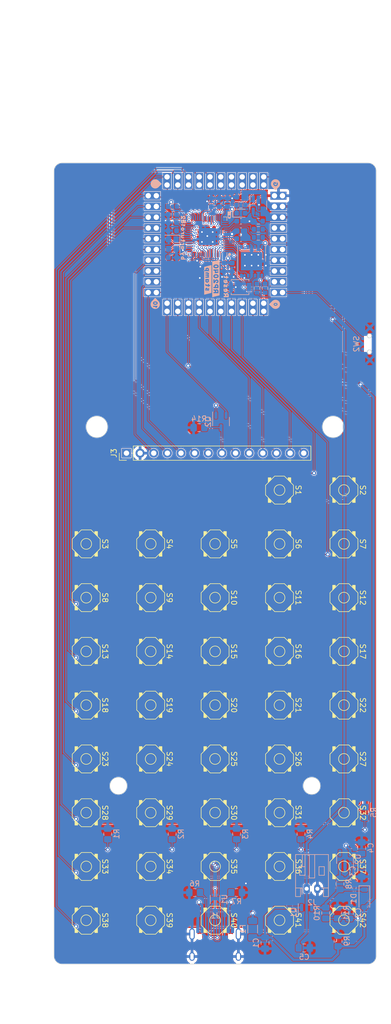
<source format=kicad_pcb>
(kicad_pcb (version 20221018) (generator pcbnew)
  (layers (0 "F.Cu" signal) (1 "In1.Cu" power "GND.Cu") (2 "In2.Cu" signal "PWR.Cu") (31 "B.Cu" signal) (34 "B.Paste" user) (35 "F.Paste" user) (36 "B.SilkS" user "B.Silkscreen") (37 "F.SilkS" user "F.Silkscreen") (38 "B.Mask" user) (39 "F.Mask" user) (44 "Edge.Cuts" user))
  (net 0 "")
  (net 1 "COL1")
  (net 2 "COL4")
  (net 3 "COL5")
  (net 4 "COL2")
  (net 5 "COL3")
  (net 6 "ROW1")
  (net 7 "ROW2")
  (net 8 "ROW3")
  (net 9 "ROW4")
  (net 10 "ROW5")
  (net 11 "ROW6")
  (net 12 "ROW7")
  (net 13 "ROW8")
  (net 14 "ROW9")
  (net 15 "GND")
  (net 16 "Net-(D1-K)")
  (net 17 "/USB-C connector/VUSB_RAW")
  (net 18 "CS")
  (net 19 "RESET")
  (net 20 "DC")
  (net 21 "SDI(MISO)")
  (net 22 "SCK")
  (net 23 "SDO(MISO)")
  (net 24 "T_CLK")
  (net 25 "T_CS")
  (net 26 "T_DIN")
  (net 27 "T_DO")
  (net 28 "T_IRQ")
  (net 29 "ADC_BAT")
  (net 30 "/Power Supply/VIN")
  (net 31 "D-")
  (net 32 "D+")
  (net 33 "+5V")
  (net 34 "VBAT")
  (net 35 "Net-(U3-VREG_VOUT)")
  (net 36 "Net-(U3-XIN)")
  (net 37 "Net-(U3-XOUT)")
  (net 38 "Net-(D2-K)")
  (net 39 "Net-(J1-CC1)")
  (net 40 "Net-(J1-DN1)")
  (net 41 "Net-(J1-DP1)")
  (net 42 "Net-(J1-CC2)")
  (net 43 "USBBOOT")
  (net 44 "/MCU/~{RESET}")
  (net 45 "/MCU/SWCLK")
  (net 46 "/MCU/SWDIO")
  (net 47 "/MCU/GPIO28")
  (net 48 "/MCU/GPIO27")
  (net 49 "/MCU/GPIO26")
  (net 50 "/MCU/~{QSPI_CS}")
  (net 51 "Net-(U4-PROG)")
  (net 52 "Net-(U4-STAT)")
  (net 55 "/MCU/QSPI_SD3")
  (net 56 "/MCU/QSPI_SCLK")
  (net 57 "/MCU/QSPI_SD0")
  (net 58 "/MCU/QSPI_SD2")
  (net 59 "/MCU/QSPI_SD1")
  (net 60 "/MCU/D_-")
  (net 61 "/MCU/D_+")
  (net 62 "VDC")
  (net 63 "/MCU/GPIO9")
  (net 64 "LED")
  (footprint "TL3342:TL3342" (layer "F.Cu") (at 94 184.85 -90)
    (fp_text reference "S24")
    (fp_text value "~")
  )
  (footprint "TL3342:TL3342" (layer "F.Cu") (at 118 164.85 -90)
    (fp_text reference "S16")
    (fp_text value "~")
  )
  (footprint "TL3342:TL3342" (layer "F.Cu") (at 94 204.85 -90)
    (fp_text reference "S34")
    (fp_text value "~")
  )
  (footprint "TL3342:TL3342" (layer "F.Cu") (at 130 214.85 -90)
    (fp_text reference "S42")
    (fp_text value "~")
  )
  (footprint "buzzardLabel" (layer "F.Cu") (at 117.25 100.349993 -90)
    (fp_text reference "")
    (fp_text value "")
  )
  (footprint "TL3342:TL3342" (layer "F.Cu") (at 94 144.85 -90)
    (fp_text reference "S4")
    (fp_text value "~")
  )
  (footprint "TL3342:TL3342" (layer "F.Cu") (at 82 214.85 -90)
    (fp_text reference "S38")
    (fp_text value "~")
  )
  (footprint "TL3342:TL3342" (layer "F.Cu") (at 130 194.85 -90)
    (fp_text reference "S32")
    (fp_text value "~")
  )
  (footprint "TL3342:TL3342" (layer "F.Cu") (at 82 144.85 -90)
    (fp_text reference "S3")
    (fp_text value "~")
  )
  (footprint "TL3342:TL3342" (layer "F.Cu") (at 106 184.85 -90)
    (fp_text reference "S25")
    (fp_text value "~")
  )
  (footprint "TL3342:TL3342" (layer "F.Cu") (at 118 134.85 -90)
    (fp_text reference "S1")
    (fp_text value "~")
  )
  (footprint "TL3342:TL3342" (layer "F.Cu") (at 82 184.85 -90)
    (fp_text reference "S23")
    (fp_text value "~")
  )
  (footprint "Connector_PinHeader_2.54mm:PinHeader_1x14_P2.54mm_Vertical" (layer "F.Cu") (at 89.49 127.975 90)
    (fp_text reference "J3")
    (fp_text value "Conn_01x14")
    (fp_circle (center 4.888 -5.509) (end 6.888 -5.509) (stroke (width 0.1)) (fill none) (layer "Edge.Cuts"))
    (fp_circle (center 4.888 38.491) (end 6.888 38.491) (stroke (width 0.1)) (fill none) (layer "Edge.Cuts"))
  )
  (footprint "TL3342:TL3342" (layer "F.Cu") (at 82 194.85 -90)
    (fp_text reference "S28")
    (fp_text value "~")
  )
  (footprint "TL3342:TL3342" (layer "F.Cu") (at 106 174.85 -90)
    (fp_text reference "S20")
    (fp_text value "~")
  )
  (footprint "TL3342:TL3342" (layer "F.Cu") (at 106 194.85 -90)
    (fp_text reference "S30")
    (fp_text value "~")
  )
  (footprint "TL3342:TL3342" (layer "F.Cu") (at 118 154.85 -90)
    (fp_text reference "S11")
    (fp_text value "~")
  )
  (footprint "TL3342:TL3342" (layer "F.Cu") (at 130 134.85 -90)
    (fp_text reference "S2")
    (fp_text value "~")
  )
  (footprint "TL3342:TL3342" (layer "F.Cu") (at 106 154.85 -90)
    (fp_text reference "S10")
    (fp_text value "~")
  )
  (footprint "TL3342:TL3342" (layer "F.Cu") (at 130 144.85 -90)
    (fp_text reference "S7")
    (fp_text value "~")
  )
  (footprint "TL3342:TL3342" (layer "F.Cu") (at 106 214.85 -90)
    (fp_text reference "S40")
    (fp_text value "~")
  )
  (footprint "TL3342:TL3342" (layer "F.Cu") (at 106 204.85 -90)
    (fp_text reference "S35")
    (fp_text value "~")
  )
  (footprint "TL3342:TL3342" (layer "F.Cu") (at 130 184.85 -90)
    (fp_text reference "S27")
    (fp_text value "~")
  )
  (footprint "TL3342:TL3342" (layer "F.Cu") (at 82 164.85 -90)
    (fp_text reference "S13")
    (fp_text value "~")
  )
  (footprint "TL3342:TL3342" (layer "F.Cu") (at 82 154.85 -90)
    (fp_text reference "S8")
    (fp_text value "~")
  )
  (footprint "TL3342:TL3342" (layer "F.Cu") (at 118 214.85 -90)
    (fp_text reference "S41")
    (fp_text value "~")
  )
  (footprint "TL3342:TL3342" (layer "F.Cu") (at 118 204.85 -90)
    (fp_text reference "S36")
    (fp_text value "~")
  )
  (footprint "TL3342:TL3342" (layer "F.Cu") (at 130 154.85 -90)
    (fp_text reference "S12")
    (fp_text value "~")
  )
  (footprint "TL3342:TL3342" (layer "F.Cu") (at 130 174.85 -90)
    (fp_text reference "S22")
    (fp_text value "~")
  )
  (footprint "TL3342:TL3342" (layer "F.Cu") (at 106 144.85 -90)
    (fp_text reference "S5")
    (fp_text value "~")
  )
  (footprint "TL3342:TL3342" (layer "F.Cu") (at 94 154.85 -90)
    (fp_text reference "S9")
    (fp_text value "~")
  )
  (footprint "TL3342:TL3342" (layer "F.Cu") (at 94 214.85 -90)
    (fp_text reference "S39")
    (fp_text value "~")
  )
  (footprint "TL3342:TL3342" (layer "F.Cu") (at 118 194.85 -90)
    (fp_text reference "S31")
    (fp_text value "~")
  )
  (footprint "TL3342:TL3342" (layer "F.Cu") (at 130 164.85 -90)
    (fp_text reference "S17")
    (fp_text value "~")
  )
  (footprint "TL3342:TL3342" (layer "F.Cu") (at 118 184.85 -90)
    (fp_text reference "S26")
    (fp_text value "~")
  )
  (footprint "TL3342:TL3342" (layer "F.Cu") (at 118 174.85 -90)
    (fp_text reference "S21")
    (fp_text value "~")
  )
  (footprint "TL3342:TL3342" (layer "F.Cu") (at 82 174.85 -90)
    (fp_text reference "S18")
    (fp_text value "~")
  )
  (footprint "TL3342:TL3342" (layer "F.Cu") (at 118 144.85 -90)
    (fp_text reference "S6")
    (fp_text value "~")
  )
  (footprint "TL3342:TL3342" (layer "F.Cu") (at 94 164.85 -90)
    (fp_text reference "S14")
    (fp_text value "~")
  )
  (footprint "TL3342:TL3342" (layer "F.Cu") (at 94 194.85 -90)
    (fp_text reference "S29")
    (fp_text value "~")
  )
  (footprint "TL3342:TL3342" (layer "F.Cu") (at 106 164.85 -90)
    (fp_text reference "S15")
    (fp_text value "~")
  )
  (footprint "TL3342:TL3342" (layer "F.Cu") (at 94 174.85 -90)
    (fp_text reference "S19")
    (fp_text value "~")
  )
  (footprint "TL3342:TL3342" (layer "F.Cu") (at 82 204.85 -90)
    (fp_text reference "S33")
    (fp_text value "~")
  )
  (footprint "TL3342:TL3342" (layer "F.Cu") (at 130 204.85 -90)
    (fp_text reference "S37")
    (fp_text value "~")
  )
  (footprint "buzzardLabel" (layer "B.Cu") (at 117.25 100.249994 90)
    (fp_text reference "")
    (fp_text value "")
  )
  (footprint "Capacitor_SMD:C_0603_1608Metric" (layer "B.Cu") (at 109.15 93.399994 -90)
    (fp_text reference "C6" hide)
    (fp_text value "0.1uF")
  )
  (footprint "Resistor_SMD:R_0805_2012Metric_Pad1.20x1.40mm_HandSolder" (layer "B.Cu") (at 110 198.8 90)
    (fp_text reference "R3")
    (fp_text value "10k")
  )
  (footprint "Resistor_SMD:R_0805_2012Metric_Pad1.20x1.40mm_HandSolder" (layer "B.Cu") (at 126.6 213.5 -90)
    (fp_text reference "R10")
    (fp_text value "300k")
  )
  (footprint "Resistor_SMD:R_0603_1608Metric" (layer "B.Cu") (at 113.8 97.299994 90)
    (fp_text reference "R12" hide)
    (fp_text value "1K")
  )
  (footprint "Package_TO_SOT_SMD:SOT-23-5" (layer "B.Cu") (at 114.05 81.849994 -90)
    (fp_text reference "U4" hide)
    (fp_text value "MCP73831" hide)
  )
  (footprint "Resistor_SMD:R_0805_2012Metric_Pad1.20x1.40mm_HandSolder" (layer "B.Cu") (at 128.9 218.7 90)
    (fp_text reference "R9")
    (fp_text value "10k")
  )
  (footprint "Resistor_SMD:R_0805_2012Metric_Pad1.20x1.40mm_HandSolder" (layer "B.Cu") (at 110 209.7)
    (fp_text reference "R7")
    (fp_text value "5.1k")
  )
  (footprint "buzzardLabel" (layer "B.Cu") (at 106.15 95.499994 90)
    (fp_text reference "" hide)
    (fp_text value "")
  )
  (footprint "Resistor_SMD:R_1206_3216Metric_Pad1.30x1.75mm_HandSolder" (layer "B.Cu") (at 113 216.5 -90)
    (fp_text reference "F1")
    (fp_text value "Polyfuse")
  )
  (footprint "RP2040_stamp:Castellated_1x10_P2.00mm_Vertical" (layer "B.Cu") (at 93.55 98.099994)
    (fp_text reference "J7" hide)
    (fp_text value "Conn_South" hide)
  )
  (footprint "buzzardLabel" (layer "B.Cu") (at 108.05 96.899994 90)
    (fp_text reference "")
    (fp_text value "")
  )
  (footprint "buzzardLabel" (layer "B.Cu") (at 104.65 95.749994 90)
    (fp_text reference "" hide)
    (fp_text value "")
  )
  (footprint "Package_TO_SOT_SMD:SOT-23-3" (layer "B.Cu") (at 107.105 122.1 -90)
    (fp_text reference "Q2")
    (fp_text value "AP2301B")
  )
  (footprint "buzzardLabel" (layer "B.Cu") (at 100.05 87.849994 90)
    (fp_text reference "")
    (fp_text value "")
  )
  (footprint "Resistor_SMD:R_0603_1608Metric" (layer "B.Cu") (at 98.05 82.099994)
    (fp_text reference "R13" hide)
    (fp_text value "10K")
  )
  (footprint "Resistor_SMD:R_0805_2012Metric_Pad1.20x1.40mm_HandSolder" (layer "B.Cu") (at 129.25 208.1 90)
    (fp_text reference "R8")
    (fp_text value "0")
  )
  (footprint "Package_TO_SOT_SMD:SOT-666" (layer "B.Cu") (at 106 211 90)
    (fp_text reference "U1")
    (fp_text value "USBLC6-2P6")
  )
  (footprint "Connector_JST:JST_PH_S2B-PH-K_1x02_P2.00mm_Horizontal" (layer "B.Cu") (at 123.05 208.9875)
    (fp_text reference "J2")
    (fp_text value "Conn_01x02")
  )
  (footprint "Capacitor_SMD:C_0805_2012Metric_Pad1.18x1.45mm_HandSolder" (layer "B.Cu") (at 115.3 219.1 -90)
    (fp_text reference "C1")
    (fp_text value "1µF")
  )
  (footprint "Capacitor_SMD:C_0603_1608Metric" (layer "B.Cu") (at 110.8 80.349994)
    (fp_text reference "C15" hide)
    (fp_text value "10uF")
  )
  (footprint "Resistor_SMD:R_0603_1608Metric" (layer "B.Cu") (at 114.05 84.849994)
    (fp_text reference "R15" hide)
    (fp_text value "2K")
  )
  (footprint "Capacitor_SMD:C_0603_1608Metric" (layer "B.Cu") (at 98.05 85.099994 180)
    (fp_text reference "C8" hide)
    (fp_text value "0.1uF")
  )
  (footprint "Capacitor_SMD:C_0603_1608Metric" (layer "B.Cu") (at 98.05 83.599994 180)
    (fp_text reference "C12" hide)
    (fp_text value "0.1uF")
  )
  (footprint "Resistor_SMD:R_0805_2012Metric_Pad1.20x1.40mm_HandSolder" (layer "B.Cu") (at 133.9 194.8 90)
    (fp_text reference "R5")
    (fp_text value "10k")
  )
  (footprint "buzzardLabel" (layer "B.Cu") (at 117.25 77.899994 90)
    (fp_text reference "")
    (fp_text value "")
  )
  (footprint "Package_TO_SOT_SMD:SOT-23-5" (layer "B.Cu") (at 130.2 203.5 90)
    (fp_text reference "U2")
    (fp_text value "XC6220B331MR")
  )
  (footprint "Resistor_SMD:R_0805_2012Metric_Pad1.20x1.40mm_HandSolder" (layer "B.Cu") (at 128.8 213.5 90)
    (fp_text reference "R11")
    (fp_text value "300k")
  )
  (footprint "Capacitor_SMD:C_0805_2012Metric_Pad1.18x1.45mm_HandSolder" (layer "B.Cu") (at 131 213.5 90)
    (fp_text reference "C2")
    (fp_text value "100nF")
  )
  (footprint "Resistor_SMD:R_0603_1608Metric" (layer "B.Cu") (at 115.3 97.299994 90)
    (fp_text reference "R20" hide)
    (fp_text value "10K")
  )
  (footprint "buzzardLabel" (layer "B.Cu") (at 94.85 77.799994 90)
    (fp_text reference "")
    (fp_text value "")
  )
  (footprint "Capacitor_SMD:C_0603_1608Metric" (layer "B.Cu") (at 105.3 81.349994 90)
    (fp_text reference "C9" hide)
    (fp_text value "0.1uF")
  )
  (footprint "Capacitor_SMD:C_0603_1608Metric" (layer "B.Cu") (at 110.8 86.599994)
    (fp_text reference "C18" hide)
    (fp_text value "0.1uF")
  )
  (footprint "Package_SON:WSON-8-1EP_6x5mm_P1.27mm_EP3.4x4mm" (layer "B.Cu") (at 112.8 92.299994 90)
    (fp_text reference "U5" hide)
    (fp_text value "W25Q64JV" hide)
  )
  (footprint "LED_SMD:LED_0603_1608Metric" (layer "B.Cu") (at 110.8 83.349994)
    (fp_text reference "D2" hide)
    (fp_text value "LED_CHR" hide)
  )
  (footprint "buzzardLabel" (layer "B.Cu") (at 94.85 100.299994 90)
    (fp_text reference "")
    (fp_text value "")
  )
  (footprint "Resistor_SMD:R_0805_2012Metric_Pad1.20x1.40mm_HandSolder" (layer "B.Cu") (at 86 198.8 90)
    (fp_text reference "R1")
    (fp_text value "10k")
  )
  (footprint "Capacitor_SMD:C_0805_2012Metric_Pad1.18x1.45mm_HandSolder" (layer "B.Cu") (at 133.3 201.4 90)
    (fp_text reference "C4")
    (fp_text value "10µF")
  )
  (footprint "Capacitor_SMD:C_0603_1608Metric" (layer "B.Cu") (at 106.8 81.349994 90)
    (fp_text reference "C10" hide)
    (fp_text value "0.1uF")
  )
  (footprint "RP2040_stamp:Castellated_1x10_P2.00mm_Vertical" (layer "B.Cu") (at 115.05 78.099994 90)
    (fp_text reference "J6" hide)
    (fp_text value "Conn_East" hide)
  )
  (footprint "Capacitor_SMD:C_0805_2012Metric_Pad1.18x1.45mm_HandSolder" (layer "B.Cu") (at 133.3 205.7 -90)
    (fp_text reference "C3")
    (fp_text value "10µF")
  )
  (footprint "G-Switch:MK-11C04-G013" (layer "B.Cu") (at 134.82 107.66 -90)
    (fp_text reference "SW2")
    (fp_text value "MK-11C04-G013")
    (fp_circle (center -1.5 0.075) (end -1.1 0.075) (stroke (width 0.12)) (fill none) (layer "Edge.Cuts"))
    (fp_circle (center 1.5 0.075) (end 1.9 0.075) (stroke (width 0.12)) (fill none) (layer "Edge.Cuts"))
  )
  (footprint "Resistor_SMD:R_0805_2012Metric_Pad1.20x1.40mm_HandSolder" (layer "B.Cu") (at 102.2 209.7 180)
    (fp_text reference "R6")
    (fp_text value "5.1k")
  )
  (footprint "Resistor_SMD:R_0603_1608Metric" (layer "B.Cu") (at 114.05 87.849994)
    (fp_text reference "R19" hide)
    (fp_text value "27R")
  )
  (footprint "Resistor_SMD:R_0805_2012Metric_Pad1.20x1.40mm_HandSolder" (layer "B.Cu") (at 98 198.8 90)
    (fp_text reference "R2")
    (fp_text value "10k")
  )
  (footprint "Capacitor_SMD:C_0603_1608Metric" (layer "B.Cu") (at 108.3 81.349994 90)
    (fp_text reference "C11" hide)
    (fp_text value "1uF")
  )
  (footprint "RP2040_stamp:Castellated_1x10_P2.00mm_Vertical" (layer "B.Cu") (at 115.05 101.599994 90)
    (fp_text reference "J5" hide)
    (fp_text value "Conn_West" hide)
  )
  (footprint "Type-C:HRO-TYPE-C-31-M-12-HandSoldering" (layer "B.Cu") (at 106.02 224.195 180)
    (fp_text reference "J1")
    (fp_text value "HRO-TYPE-C-31-M-12")
  )
  (footprint "Package_DFN_QFN_Extra:QFN-56_EP_7x7_Pitch0.4mm" (layer "B.Cu") (at 104.55 87.699994 90)
    (fp_text reference "U3" hide)
    (fp_text value "RP2040")
  )
  (footprint "Resistor_SMD:R_0805_2012Metric_Pad1.20x1.40mm_HandSolder" (layer "B.Cu") (at 122 198.8 90)
    (fp_text reference "R4")
    (fp_text value "10k")
  )
  (footprint "Capacitor_SMD:C_0603_1608Metric" (layer "B.Cu") (at 107.65 93.399994 -90)
    (fp_text reference "C7" hide)
    (fp_text value "0.1uF")
  )
  (footprint "Resistor_SMD:R_0805_2012Metric_Pad1.20x1.40mm_HandSolder" (layer "B.Cu") (at 103 123.2375 180)
    (fp_text reference "R14")
    (fp_text value "10k")
  )
  (footprint "Capacitor_SMD:C_0603_1608Metric" (layer "B.Cu") (at 98.05 91.599994)
    (fp_text reference "C16" hide)
    (fp_text value "12pF")
  )
  (footprint "Capacitor_SMD:C_0603_1608Metric" (layer "B.Cu") (at 110.8 84.849994)
    (fp_text reference "C14" hide)
    (fp_text value "1uF")
  )
  (footprint "Capacitor_SMD:C_0603_1608Metric" (layer "B.Cu") (at 110.8 88.099994)
    (fp_text reference "C13" hide)
    (fp_text value "0.1uF")
  )
  (footprint "Capacitor_SMD:C_0805_2012Metric_Pad1.18x1.45mm_HandSolder" (layer "B.Cu") (at 122.6 220)
    (fp_text reference "C5")
    (fp_text value "4.7µF")
  )
  (footprint "Crystal:Crystal_SMD_2520-4Pin_2.5x2.0mm" (layer "B.Cu") (at 98.05 89.099994 -90)
    (fp_text reference "Y1" hide)
    (fp_text value "XYDBPCNANF-12MHZ" hide)
  )
  (footprint "Resistor_SMD:R_0603_1608Metric" (layer "B.Cu") (at 114.05 86.349994)
    (fp_text reference "R18" hide)
    (fp_text value "27R")
  )
  (footprint "RP2040_stamp:Castellated_1x10_P2.00mm_Vertical" (layer "B.Cu") (at 117.05 98.099994)
    (fp_text reference "J4" hide)
    (fp_text value "Conn_North" hide)
  )
  (footprint "Diode_SMD:D_SOD-123" (layer "B.Cu") (at 133.8 210.8 -90)
    (fp_text reference "D1")
    (fp_text value "MBR0520")
  )
  (footprint "Button_Switch_SMD:SW_SPST_B3U-1000P" (layer "B.Cu") (at 110.65 97.099994)
    (fp_text reference "SW1" hide)
    (fp_text value "SW_RESET" hide)
  )
  (footprint "Capacitor_SMD:C_0603_1608Metric" (layer "B.Cu") (at 98.05 86.599994 180)
    (fp_text reference "C17" hide)
    (fp_text value "12pF")
  )
  (footprint "Package_TO_SOT_SMD:SOT-23" (layer "B.Cu") (at 123.05 213.4375 -90)
    (fp_text reference "Q1")
    (fp_text value "DMG2301L")
  )
  (footprint "Resistor_SMD:R_0603_1608Metric" (layer "B.Cu") (at 110.8 81.849994)
    (fp_text reference "R17" hide)
    (fp_text value "1K")
  )
  (gr_line (start 117.25 78.999993) (end 117.85 78.399993) (stroke (width 0.15)) (layer "B.SilkS"))
  (gr_line (start 95.949999 77.899994) (end 95.349999 77.299994) (stroke (width 0.15)) (layer "B.SilkS"))
  (gr_poly (pts (xy 94.85 99.199995) (xy 94.55 99.499995) (xy 95.15 99.499995)) (stroke (width 0.15)) (fill solid) (layer "B.SilkS"))
  (gr_poly (pts (xy 95.45 99.849994) (xy 95.45 100.749994) (xy 95.6 100.299994)) (stroke (width 0.15)) (fill solid) (layer "B.SilkS"))
  (gr_circle (center 117.25 77.899994) (end 118.049999 77.899994) (stroke (width 0.11)) (fill none) (layer "B.SilkS"))
  (gr_rect (start 108.5 84.099994) (end 108.8 84.299994) (stroke (width 0.15)) (fill none) (layer "B.SilkS"))
  (gr_circle (center 117.25 100.299994) (end 117.25 99.649994) (stroke (width 0.4)) (fill none) (layer "B.SilkS"))
  (gr_line (start 95.45 99.799995) (end 94.85 99.199995) (stroke (width 0.15)) (layer "B.SilkS"))
  (gr_line (start 110.72 84.084994) (end 109.25 84.084994) (stroke (width 0.12)) (layer "B.SilkS"))
  (gr_line (start 109.25 82.614994) (end 109.25 84.084994) (stroke (width 0.12)) (layer "B.SilkS"))
  (gr_poly (pts (xy 95.949999 77.899994) (xy 95.649999 77.599994) (xy 95.649999 78.199994)) (stroke (width 0.15)) (fill solid) (layer "B.SilkS"))
  (gr_circle (center 94.85 77.899994) (end 94.85 77.099994) (stroke (width 0.11)) (fill none) (layer "B.SilkS"))
  (gr_circle (center 94.85 100.299994) (end 94.85 99.499994) (stroke (width 0.11)) (fill none) (layer "B.SilkS"))
  (gr_line (start 116.65 78.399993) (end 117.25 78.999993) (stroke (width 0.15)) (layer "B.SilkS"))
  (gr_line (start 116.15 100.299994) (end 116.75 100.899994) (stroke (width 0.15)) (layer "B.SilkS"))
  (gr_poly (pts (xy 95.45 77.499994) (xy 95.45 78.299994) (xy 95.649999 78.199994) (xy 95.649999 77.599994)) (stroke (width 0.15)) (fill solid) (layer "B.SilkS"))
  (gr_rect (start 108.4 83.099994) (end 108.9 84.099994) (stroke (width 0.15)) (fill none) (layer "B.SilkS"))
  (gr_line (start 110.72 82.614994) (end 109.25 82.614994) (stroke (width 0.12)) (layer "B.SilkS"))
  (gr_circle (center 117.25 77.899994) (end 117.25 77.249994) (stroke (width 0.4)) (fill none) (layer "B.SilkS"))
  (gr_circle (center 108.7 90.999994) (end 108.65 90.799994) (stroke (width 0.15)) (fill solid) (layer "B.SilkS"))
  (gr_line (start 94.85 99.199995) (end 94.25 99.799995) (stroke (width 0.15)) (layer "B.SilkS"))
  (gr_line (start 116.75 99.699994) (end 116.15 100.299994) (stroke (width 0.15)) (layer "B.SilkS"))
  (gr_rect (start 108.4 83.099994) (end 108.9 83.699994) (stroke (width 0.15)) (fill solid) (layer "B.SilkS"))
  (gr_poly (pts (xy 95.2 99.599994) (xy 94.75 99.499994) (xy 94.3 99.774994) (xy 94.175 99.974994) (xy 94.1 100.224994) (xy 94.2 100.674994) (xy 94.375 100.874994) (xy 94.275 99.899994) (xy 94.55 99.699994) (xy 95 99.649994) (xy 95.325 99.774994)) (stroke (width 0.15)) (fill solid) (layer "B.SilkS"))
  (gr_poly (pts (xy 116.15 100.299994) (xy 116.45 100.599994) (xy 116.45 99.999994)) (stroke (width 0.15)) (fill solid) (layer "B.SilkS"))
  (gr_poly (pts (xy 94.2 77.549994) (xy 94.1 77.899994) (xy 94.2 78.249994) (xy 94.35 78.449994) (xy 94.35 77.349994)) (stroke (width 0.15)) (fill solid) (layer "B.SilkS"))
  (gr_line (start 95.349999 78.499994) (end 95.949999 77.899994) (stroke (width 0.15)) (layer "B.SilkS"))
  (gr_poly (pts (xy 94.6 101.024994) (xy 94.85 101.074994) (xy 95.15 101.024994)) (stroke (width 0.1)) (fill solid) (layer "B.SilkS"))
  (gr_poly (pts (xy 117.25 78.999993) (xy 117.55 78.699993) (xy 116.95 78.699993)) (stroke (width 0.15)) (fill solid) (layer "B.SilkS"))
  (gr_line (start 134.5 74) (end 77.5 74) (stroke (width 0.1)) (layer "Edge.Cuts"))
  (gr_line (start 76 75.5) (end 76 221.5) (stroke (width 0.1)) (layer "Edge.Cuts"))
  (gr_circle (center 88 189.85) (end 89.6 189.85) (stroke (width 0.1)) (fill none) (layer "Edge.Cuts"))
  (gr_arc (start 134.5 74) (mid 135.56066 74.43934) (end 136 75.5) (stroke (width 0.1)) (layer "Edge.Cuts"))
  (gr_arc (start 136 221.5) (mid 135.56066 222.56066) (end 134.5 223) (stroke (width 0.1)) (layer "Edge.Cuts"))
  (gr_line (start 136 221.5) (end 136 75.5) (stroke (width 0.1)) (layer "Edge.Cuts"))
  (gr_arc (start 76 75.5) (mid 76.43934 74.43934) (end 77.5 74) (stroke (width 0.1)) (layer "Edge.Cuts"))
  (gr_arc (start 77.5 223) (mid 76.43934 222.56066) (end 76 221.5) (stroke (width 0.1)) (layer "Edge.Cuts"))
  (gr_line (start 77.5 223) (end 134.5 223) (stroke (width 0.1)) (layer "Edge.Cuts"))
  (gr_circle (center 124 189.85) (end 125.6 189.85) (stroke (width 0.1)) (fill none) (layer "Edge.Cuts"))
  (segment (start 105.35002 80.799974) (end 107.05 79.099994) (width 0.15) (layer "F.Cu") (net 1))
  (segment (start 83.9 201.7) (end 86 201.7) (width 0.25) (layer "F.Cu") (net 1))
  (segment (start 105.075 74.624994) (end 107.05 76.599994) (width 0.25) (layer "F.Cu") (net 1))
  (segment (start 83.9 141.7) (end 83.9 141.4) (width 0.25) (layer "F.Cu") (net 1))
  (segment (start 83.9 148) (end 83.9 151.7) (width 0.25) (layer "F.Cu") (net 1))
  (segment (start 86.1 81.657208) (end 93.132214 74.624994) (width 0.25) (layer "F.Cu") (net 1))
  (segment (start 83.9 168) (end 83.9 171.7) (width 0.25) (layer "F.Cu") (net 1))
  (segment (start 83.9 158) (end 83.9 161.7) (width 0.25) (layer "F.Cu") (net 1))
  (segment (start 83.9 198) (end 83.9 201.7) (width 0.25) (layer "F.Cu") (net 1))
  (segment (start 107.05 79.099994) (end 107.05 78.099994) (width 0.15) (layer "F.Cu") (net 1))
  (segment (start 93.132214 74.624994) (end 105.075 74.624994) (width 0.25) (layer "F.Cu") (net 1))
  (segment (start 83.9 178) (end 83.9 181.7) (width 0.25) (layer "F.Cu") (net 1))
  (segment (start 83.9 141.4) (end 86.1 139.2) (width 0.25) (layer "F.Cu") (net 1))
  (segment (start 83.9 188) (end 83.9 191.7) (width 0.25) (layer "F.Cu") (net 1))
  (segment (start 105.35002 85.499974) (end 105.35002 80.799974) (width 0.15) (layer "F.Cu") (net 1))
  (segment (start 86.1 139.2) (end 86.1 81.657208) (width 0.25) (layer "F.Cu") (net 1))
  (segment (start 105.25 85.599994) (end 105.35002 85.499974) (width 0.15) (layer "F.Cu") (net 1))
  (segment (start 83.9 208) (end 83.9 211.7) (width 0.25) (layer "F.Cu") (net 1))
  (via (at 105.25 85.599994) (size 0.5) (drill 0.25) (layers "F.Cu" "B.Cu") (net 1))
  (via (at 86 201.7) (size 0.8) (drill 0.4) (layers "F.Cu" "B.Cu") (net 1))
  (segment (start 105.15 85.499994) (end 105.25 85.599994) (width 0.15) (layer "B.Cu") (net 1))
  (segment (start 86 201.7) (end 86 199.8) (width 0.25) (layer "B.Cu") (net 1))
  (segment (start 105.15 84.262494) (end 105.15 85.499994) (width 0.15) (layer "B.Cu") (net 1))
  (segment (start 119.9 131.7) (end 124.435 131.7) (width 0.25) (layer "F.Cu") (net 2))
  (segment (start 105.6 89.699994) (end 105.6 92.349994) (width 0.15) (layer "F.Cu") (net 2))
  (segment (start 109.05 98.549994) (end 109.05 100.099994) (width 0.15) (layer "F.Cu") (net 2))
  (segment (start 119.9 208) (end 119.9 211.7) (width 0.25) (layer "F.Cu") (net 2))
  (segment (start 106.35 95.849994) (end 109.05 98.549994) (width 0.15) (layer "F.Cu") (net 2))
  (segment (start 119.9 138) (end 119.9 141.7) (width 0.25) (layer "F.Cu") (net 2))
  (segment (start 119.9 188) (end 119.9 191.7) (width 0.25) (layer "F.Cu") (net 2))
  (segment (start 119.9 201.7) (end 122 201.7) (width 0.25) (layer "F.Cu") (net 2))
  (segment (start 119.9 178) (end 119.9 181.7) (width 0.25) (layer "F.Cu") (net 2))
  (segment (start 119.9 148) (end 119.9 151.7) (width 0.25) (layer "F.Cu") (net 2))
  (segment (start 119.9 168) (end 119.9 171.7) (width 0.25) (layer "F.Cu") (net 2))
  (segment (start 119.9 158) (end 119.9 161.7) (width 0.25) (layer "F.Cu") (net 2))
  (segment (start 106.35 93.099994) (end 106.35 95.849994) (width 0.15) (layer "F.Cu") (net 2))
  (segment (start 105.6 92.349994) (end 106.35 93.099994) (width 0.15) (layer "F.Cu") (net 2))
  (segment (start 119.9 198) (end 119.9 201.7) (width 0.25) (layer "F.Cu") (net 2))
  (via (at 124.435 131.7) (size 0.8) (drill 0.4) (layers "F.Cu" "B.Cu") (net 2))
  (via (at 122 201.7) (size 0.8) (drill 0.4) (layers "F.Cu" "B.Cu") (net 2))
  (via (at 105.6 89.699994) (size 0.5) (drill 0.25) (layers "F.Cu" "B.Cu") (net 2))
  (segment (start 105.55 89.749994) (end 105.6 89.699994) (width 0.15) (layer "B.Cu") (net 2))
  (segment (start 109.05 101.599994) (end 109.05 108.686396) (width 0.25) (layer "B.Cu") (net 2))
  (segment (start 122 201.7) (end 122 199.8) (width 0.25) (layer "B.Cu") (net 2))
  (segment (start 109.05 108.686396) (end 109.231802 108.868198) (width 0.25) (layer "B.Cu") (net 2))
  (segment (start 124.435 124.071396) (end 109.231802 108.868198) (width 0.25) (layer "B.Cu") (net 2))
  (segment (start 124.435 131.7) (end 124.435 124.071396) (width 0.25) (layer "B.Cu") (net 2))
  (segment (start 105.55 91.137494) (end 105.55 89.749994) (width 0.15) (layer "B.Cu") (net 2))
  (segment (start 113.05 101.599994) (end 113.05 103.15) (width 0.25) (layer "F.Cu") (net 3))
  (segment (start 131.9 208) (end 131.9 211.7) (width 0.25) (layer "F.Cu") (net 3))
  (segment (start 106.9 89.749994) (end 106.524969 90.125025) (width 0.15) (layer "F.Cu") (net 3))
  (segment (start 106.9 89.499994) (end 106.9 89.749994) (width 0.15) (layer "F.Cu") (net 3))
  (segment (start 131.9 198) (end 131.9 201.7) (width 0.25) (layer "F.Cu") (net 3))
  (segment (start 113.05 98.549994) (end 113.05 100.099994) (width 0.15) (layer "F.Cu") (net 3))
  (segment (start 110.387854 97.387848) (end 111.1 98.099994) (width 0.15) (layer "F.Cu") (net 3))
  (segment (start 111.1 98.099994) (end 112.6 98.099994) (width 0.15) (layer "F.Cu") (net 3))
  (segment (start 108.3 95.549994) (end 109.25 96.499994) (width 0.15) (layer "F.Cu") (net 3))
  (segment (start 113.325 103.425) (end 131.9 122) (width 0.25) (layer "F.Cu") (net 3))
  (segment (start 106.524969 92.399255) (end 108.3 94.174286) (width 0.15) (layer "F.Cu") (net 3))
  (segment (start 112.6 98.099994) (end 113.05 98.549994) (width 0.15) (layer "F.Cu") (net 3))
  (segment (start 131.9 188) (end 131.9 191.7) (width 0.25) (layer "F.Cu") (net 3))
  (segment (start 131.9 151.7) (end 131.9 148) (width 0.25) (layer "F.Cu") (net 3))
  (segment (start 109.25 96.499994) (end 110.1 96.499994) (width 0.15) (layer "F.Cu") (net 3))
  (segment (start 131.9 158) (end 131.9 161.7) (width 0.25) (layer "F.Cu") (net 3))
  (segment (start 131.9 138) (end 131.9 141.7) (width 0.25) (layer "F.Cu") (net 3))
  (segment (start 110.1 96.499994) (end 110.387854 96.787848) (width 0.15) (layer "F.Cu") (net 3))
  (segment (start 106.524969 90.125025) (end 106.524969 92.399255) (width 0.15) (layer "F.Cu") (net 3))
  (segment (start 131.9 168) (end 131.9 171.7) (width 0.25) (layer "F.Cu") (net 3))
  (segment (start 131.9 178) (end 131.9 181.7) (width 0.25) (layer "F.Cu") (net 3))
  (segment (start 110.387854 96.787848) (end 110.387854 97.387848) (width 0.15) (layer "F.Cu") (net 3))
  (segment (start 113.05 103.15) (end 113.325 103.425) (width 0.25) (layer "F.Cu") (net 3))
  (segment (start 131.9 122) (end 131.9 131.7) (width 0.25) (layer "F.Cu") (net 3))
  (segment (start 131.9 198) (end 133.9 198) (width 0.25) (layer "F.Cu") (net 3))
  (segment (start 108.3 94.174286) (end 108.3 95.549994) (width 0.15) (layer "F.Cu") (net 3))
  (via (at 106.9 89.499994) (size 0.5) (drill 0.25) (layers "F.Cu" "B.Cu") (net 3))
  (via (at 133.9 198) (size 0.8) (drill 0.4) (layers "F.Cu" "B.Cu") (net 3))
  (segment (start 106.9 89.499994) (end 106.9 89.749994) (width 0.15) (layer "B.Cu") (net 3))
  (segment (start 106.35 90.299994) (end 106.35 91.137494) (width 0.15) (layer "B.Cu") (net 3))
  (segment (start 106.9 89.749994) (end 106.35 90.299994) (width 0.15) (layer "B.Cu") (net 3))
  (segment (start 133.9 198) (end 133.9 195.8) (width 0.25) (layer "B.Cu") (net 3))
  (segment (start 105.05 83.599994) (end 105.05 78.099994) (width 0.15) (layer "F.Cu") (net 4))
  (segment (start 95.9 178) (end 95.9 181.7) (width 0.25) (layer "F.Cu") (net 4))
  (segment (start 86.55 131.95) (end 86.55 81.843604) (width 0.25) (layer "F.Cu") (net 4))
  (segment (start 95.9 188) (end 95.9 191.7) (width 0.25) (layer "F.Cu") (net 4))
  (segment (start 95.9 208) (end 95.9 211.7) (width 0.25) (layer "F.Cu") (net 4))
  (segment (start 95.9 141.3) (end 86.55 131.95) (width 0.25) (layer "F.Cu") (net 4))
  (segment (start 95.9 168) (end 95.9 171.7) (width 0.25) (layer "F.Cu") (net 4))
  (segment (start 103.525 75.074994) (end 105.05 76.599994) (width 0.25) (layer "F.Cu") (net 4))
  (segment (start 104.65 83.999994) (end 105.05 83.599994) (width 0.15) (layer "F.Cu") (net 4))
  (segment (start 95.9 148) (end 95.9 151.7) (width 0.25) (layer "F.Cu") (net 4))
  (segment (start 86.55 81.843604) (end 93.31861 75.074994) (width 0.25) (layer "F.Cu") (net 4))
  (segment (start 95.9 158) (end 95.9 161.7) (width 0.25) (layer "F.Cu") (net 4))
  (segment (start 95.9 201.7) (end 98 201.7) (width 0.25) (layer "F.Cu") (net 4))
  (segment (start 93.31861 75.074994) (end 103.525 75.074994) (width 0.25) (layer "F.Cu") (net 4))
  (segment (start 95.9 198) (end 95.9 201.7) (width 0.25) (layer "F.Cu") (net 4))
  (segment (start 95.9 141.7) (end 95.9 141.3) (width 0.25) (layer "F.Cu") (net 4))
  (segment (start 104.65 85.199994) (end 104.65 83.999994) (width 0.15) (layer "F.Cu") (net 4))
  (via (at 104.65 85.199994) (size 0.5) (drill 0.25) (layers "F.Cu" "B.Cu") (net 4))
  (via (at 98 201.7) (size 0.8) (drill 0.4) (layers "F.Cu" "B.Cu") (net 4))
  (segment (start 104.75 84.262494) (end 104.75 85.099994) (width 0.15) (layer "B.Cu") (net 4))
  (segment (start 98 201.7) (end 98 199.8) (width 0.25) (layer "B.Cu") (net 4))
  (segment (start 104.75 85.099994) (end 104.65 85.199994) (width 0.15) (layer "B.Cu") (net 4))
  (segment (start 104.65 82.076408) (end 103.6875 81.113908) (width 0.15) (layer "F.Cu") (net 5))
  (segment (start 107.9 188) (end 107.9 191.7) (width 0.25) (layer "F.Cu") (net 5))
  (segment (start 87 82.03) (end 93.505006 75.524994) (width 0.25) (layer "F.Cu") (net 5))
  (segment (start 107.9 141.7) (end 107.9 141.3) (width 0.25) (layer "F.Cu") (net 5))
  (segment (start 107.9 141.3) (end 105.481802 138.881802) (width 0.25) (layer "F.Cu") (net 5))
  (segment (start 107.9 158) (end 107.9 161.7) (width 0.25) (layer "F.Cu") (net 5))
  (segment (start 93.505006 75.524994) (end 101.975 75.524994) (width 0.25) (layer "F.Cu") (net 5))
  (segment (start 107.9 208) (end 107.9 211.7) (width 0.25) (layer "F.Cu") (net 5))
  (segment (start 94.118198 138.881802) (end 87 131.763604) (width 0.25) (layer "F.Cu") (net 5))
  (segment (start 107.9 148) (end 107.9 151.7) (width 0.25) (layer "F.Cu") (net 5))
  (segment (start 107.9 178) (end 107.9 181.7) (width 0.25) (layer "F.Cu") (net 5))
  (segment (start 101.975 75.524994) (end 103.05 76.599994) (width 0.25) (layer "F.Cu") (net 5))
  (segment (start 87 131.763604) (end 87 82.03) (width 0.25) (layer "F.Cu") (net 5))
  (segment (start 103.6875 81.113908) (end 103.6875 80.162494) (width 0.15) (layer "F.Cu") (net 5))
  (segment (start 104.35 83.524994) (end 104.65 83.224994) (width 0.15) (layer "F.Cu") (net 5))
  (segment (start 105.481802 138.881802) (end 94.118198 138.881802) (width 0.25) (layer "F.Cu") (net 5))
  (segment (start 103.65 80.124994) (end 103.65 78.699994) (width 0.15) (layer "F.Cu") (net 5))
  (segment (start 103.65 78.699994) (end 103.05 78.099994) (width 0.15) (layer "F.Cu") (net 5))
  (segment (start 104.65 83.224994) (end 104.65 82.076408) (width 0.15) (layer "F.Cu") (net 5))
  (segment (start 107.9 201.7) (end 110 201.7) (width 0.25) (layer "F.Cu") (net 5))
  (segment (start 107.9 168) (end 107.9 171.7) (width 0.25) (layer "F.Cu") (net 5))
  (segment (start 107.9 198) (end 107.9 201.7) (width 0.25) (layer "F.Cu") (net 5))
  (via (at 110 201.7) (size 0.8) (drill 0.4) (layers "F.Cu" "B.Cu") (net 5))
  (via (at 104.35 83.524994) (size 0.5) (drill 0.25) (layers "F.Cu" "B.Cu") (net 5))
  (segment (start 104.35 84.262494) (end 104.35 83.524994) (width 0.15) (layer "B.Cu") (net 5))
  (segment (start 110 201.7) (end 110 199.8) (width 0.25) (layer "B.Cu") (net 5))
  (segment (start 109.45 96.099994) (end 110.124292 96.099994) (width 0.15) (layer "F.Cu") (net 6))
  (segment (start 110.687874 96.663576) (end 110.687874 97.214885) (width 0.15) (layer "F.Cu") (net 6))
  (segment (start 108.8 94.249994) (end 108.8 95.449994) (width 0.15) (layer "F.Cu") (net 6))
  (segment (start 116.1 138) (end 117.275 136.825) (width 0.25) (layer "F.Cu") (net 6))
  (segment (start 110.124292 96.099994) (end 110.687874 96.663576) (width 0.15) (layer "F.Cu") (net 6))
  (segment (start 114.2 97.699994) (end 115.05 98.549994) (width 0.15) (layer "F.Cu") (net 6))
  (segment (start 126.925 136.825) (end 128.1 138) (width 0.25) (layer "F.Cu") (net 6))
  (segment (start 108.8 95.449994) (end 109.45 96.099994) (width 0.15) (layer "F.Cu") (net 6))
  (segment (start 115.05 101.599994) (end 115.05 103.15) (width 0.25) (layer "F.Cu") (net 6))
  (segment (start 111.172983 97.699994) (end 114.2 97.699994) (width 0.15) (layer "F.Cu") (net 6))
  (segment (start 117.275 136.825) (end 126.925 136.825) (width 0.25) (layer "F.Cu") (net 6))
  (segment (start 107.060876 92.51087) (end 108.8 94.249994) (width 0.15) (layer "F.Cu") (net 6))
  (segment (start 115.05 98.549994) (end 115.05 100.099994) (width 0.15) (layer "F.Cu") (net 6))
  (segment (start 132.725 120.825) (end 132.725 122.4) (width 0.25) (layer "F.Cu") (net 6))
  (segment (start 110.687874 97.214885) (end 111.172983 97.699994) (width 0.15) (layer "F.Cu") (net 6))
  (segment (start 115.05 103.15) (end 115.2 103.3) (width 0.25) (layer "F.Cu") (net 6))
  (segment (start 107.060876 90.26087) (end 107.060876 92.51087) (width 0.15) (layer "F.Cu") (net 6))
  (segment (start 128.1 138) (end 132.725 133.375) (width 0.25) (layer "F.Cu") (net 6))
  (segment (start 132.725 133.375) (end 132.725 122.4) (width 0.25) (layer "F.Cu") (net 6))
  (segment (start 115.2 103.3) (end 132.725 120.825) (width 0.25) (layer "F.Cu") (net 6))
  (via (at 107.060876 90.26087) (size 0.5) (drill 0.25) (layers "F.Cu" "B.Cu") (net 6))
  (segment (start 106.75 90.571746) (end 107.060876 90.26087) (width 0.15) (layer "B.Cu") (net 6))
  (segment (start 106.75 91.137494) (end 106.75 90.571746) (width 0.15) (layer "B.Cu") (net 6))
  (segment (start 107.85 95.949994) (end 107.85 94.149994) (width 0.15) (layer "F.Cu") (net 7))
  (segment (start 111.05 99.149994) (end 107.85 95.949994) (width 0.15) (layer "F.Cu") (net 7))
  (segment (start 93.275 146.825) (end 102.925 146.825) (width 0.25) (layer "F.Cu") (net 7))
  (segment (start 107.85 94.149994) (end 106.05 92.349994) (width 0.15) (layer "F.Cu") (net 7))
  (segment (start 117.275 146.825) (end 126.95 146.825) (width 0.25) (layer "F.Cu") (net 7))
  (segment (start 104.1 148) (end 105.275 146.825) (width 0.25) (layer "F.Cu") (net 7))
  (segment (start 102.925 146.825) (end 104.1 148) (width 0.25) (layer "F.Cu") (net 7))
  (segment (start 80.1 148) (end 81.275 146.825) (width 0.25) (layer "F.Cu") (net 7))
  (segment (start 116.1 148) (end 117.275 146.825) (width 0.25) (layer "F.Cu") (net 7))
  (segment (start 111.05 100.099994) (end 111.05 99.149994) (width 0.15) (layer "F.Cu") (net 7))
  (segment (start 81.275 146.825) (end 90.925 146.825) (width 0.25) (layer "F.Cu") (net 7))
  (segment (start 106.05 92.349994) (end 106.05 89.899994) (width 0.15) (layer "F.Cu") (net 7))
  (segment (start 114.925 146.825) (end 116.1 148) (width 0.25) (layer "F.Cu") (net 7))
  (segment (start 106.05 89.899994) (end 106.25 89.699994) (width 0.15) (layer "F.Cu") (net 7))
  (segment (start 126.95 146.825) (end 126.975 146.8) (width 0.25) (layer "F.Cu") (net 7))
  (segment (start 92.1 148) (end 93.275 146.825) (width 0.25) (layer "F.Cu") (net 7))
  (segment (start 126.925 146.825) (end 128.1 148) (width 0.25) (layer "F.Cu") (net 7))
  (segment (start 105.275 146.825) (end 114.925 146.825) (width 0.25) (layer "F.Cu") (net 7))
  (segment (start 90.925 146.825) (end 92.1 148) (width 0.25) (layer "F.Cu") (net 7))
  (via (at 126.975 146.8) (size 0.8) (drill 0.4) (layers "F.Cu" "B.Cu") (net 7))
  (via (at 106.25 89.699994) (size 0.5) (drill 0.25) (layers "F.Cu" "B.Cu") (net 7))
  (segment (start 111.05 110.05) (end 111.4 110.4) (width 0.25) (layer "B.Cu") (net 7))
  (segment (start 111.05 101.599994) (end 111.05 110.05) (width 0.25) (layer "B.Cu") (net 7))
  (segment (start 126.975 146.8) (end 126.975 125.975) (width 0.25) (layer "B.Cu") (net 7))
  (segment (start 106.25 89.749994) (end 105.95 90.049994) (width 0.15) (layer "B.Cu") (net 7))
  (segment (start 106.25 89.699994) (end 106.25 89.749994) (width 0.15) (layer "B.Cu") (net 7))
  (segment (start 105.95 90.049994) (end 105.95 91.137494) (width 0.15) (layer "B.Cu") (net 7))
  (segment (start 126.975 125.975) (end 111.4 110.4) (width 0.25) (layer "B.Cu") (net 7))
  (segment (start 92.1 158) (end 93.275 156.825) (width 0.25) (layer "F.Cu") (net 8))
  (segment (start 80.1 158) (end 81.275 156.825) (width 0.25) (layer "F.Cu") (net 8))
  (segment (start 114.925 156.825) (end 116.1 158) (width 0.25) (layer "F.Cu") (net 8))
  (segment (start 96.65 84.999994) (end 101.85 84.999994) (width 0.15) (layer "F.Cu") (net 8))
  (segment (start 117.275 156.825) (end 126.925 156.825) (width 0.25) (layer "F.Cu") (net 8))
  (segment (start 95.05 86.099994) (end 95.55 86.099994) (width 0.15) (layer "F.Cu") (net 8))
  (segment (start 104.1 158) (end 105.275 156.825) (width 0.25) (layer "F.Cu") (net 8))
  (segment (start 95.55 86.099994) (end 96.65 84.999994) (width 0.15) (layer "F.Cu") (net 8))
  (segment (start 80.1 158) (end 80.1 156) (width 0.25) (layer "F.Cu") (net 8))
  (segment (start 81.275 156.825) (end 90.925 156.825) (width 0.25) (layer "F.Cu") (net 8))
  (segment (start 116.1 158) (end 117.275 156.825) (width 0.25) (layer "F.Cu") (net 8))
  (segment (start 93.275 156.825) (end 102.925 156.825) (width 0.25) (layer "F.Cu") (net 8))
  (segment (start 102.925 156.825) (end 104.1 158) (width 0.25) (layer "F.Cu") (net 8))
  (segment (start 105.275 156.825) (end 114.925 156.825) (width 0.25) (layer "F.Cu") (net 8))
  (segment (start 90.925 156.825) (end 92.1 158) (width 0.25) (layer "F.Cu") (net 8))
  (segment (start 126.925 156.825) (end 128.1 158) (width 0.25) (layer "F.Cu") (net 8))
  (segment (start 101.85 84.999994) (end 101.95 85.099994) (width 0.15) (layer "F.Cu") (net 8))
  (via (at 101.95 85.099994) (size 0.5) (drill 0.25) (layers "F.Cu" "B.Cu") (net 8))
  (via (at 80.1 156) (size 0.8) (drill 0.4) (layers "F.Cu" "B.Cu") (net 8))
  (segment (start 93.55 86.099994) (end 88.900006 86.099994) (width 0.25) (layer "B.Cu") (net 8))
  (segment (start 101.65 85.499994) (end 101.1125 85.499994) (width 0.15) (layer "B.Cu") (net 8))
  (segment (start 101.95 85.199994) (end 101.65 85.499994) (width 0.15) (layer "B.Cu") (net 8))
  (segment (start 101.95 85.099994) (end 101.95 85.199994) (width 0.15) (layer "B.Cu") (net 8))
  (segment (start 79.1 95.9) (end 79.1 155) (width 0.25) (layer "B.Cu") (net 8))
  (segment (start 88.585 86.415) (end 79.1 95.9) (width 0.25) (layer "B.Cu") (net 8))
  (segment (start 79.1 155) (end 80.1 156) (width 0.25) (layer "B.Cu") (net 8))
  (segment (start 88.900006 86.099994) (end 88.585 86.415) (width 0.25) (layer "B.Cu") (net 8))
  (segment (start 80.1 168) (end 81.275 166.825) (width 0.25) (layer "F.Cu") (net 9))
  (segment (start 105.275 166.825) (end 114.925 166.825) (width 0.25) (layer "F.Cu") (net 9))
  (segment (start 90.925 166.825) (end 92.1 168) (width 0.25) (layer "F.Cu") (net 9))
  (segment (start 126.925 166.825) (end 128.1 168) (width 0.25) (layer "F.Cu") (net 9))
  (segment (start 101.15 84.499994) (end 96.65 84.499994) (width 0.15) (layer "F.Cu") (net 9))
  (segment (start 93.275 166.825) (end 102.925 166.825) (width 0.25) (layer "F.Cu") (net 9))
  (segment (start 117.275 166.825) (end 126.925 166.825) (width 0.25) (layer "F.Cu") (net 9))
  (segment (start 96.65 84.499994) (end 96.25 84.099994) (width 0.15) (layer "F.Cu") (net 9))
  (segment (start 116.1 168) (end 117.275 166.825) (width 0.25) (layer "F.Cu") (net 9))
  (segment (start 81.275 166.825) (end 90.925 166.825) (width 0.25) (layer "F.Cu") (net 9))
  (segment (start 102.925 166.825) (end 104.1 168) (width 0.25) (layer "F.Cu") (net 9))
  (segment (start 104.1 168) (end 105.275 166.825) (width 0.25) (layer "F.Cu") (net 9))
  (segment (start 114.925 166.825) (end 116.1 168) (width 0.25) (layer "F.Cu") (net 9))
  (segment (start 92.1 168) (end 93.275 166.825) (width 0.25) (layer "F.Cu") (net 9))
  (segment (start 80.1 168) (end 80.1 166) (width 0.25) (layer "F.Cu") (net 9))
  (segment (start 96.25 84.099994) (end 95.05 84.099994) (width 0.15) (layer "F.Cu") (net 9))
  (via (at 101.15 84.499994) (size 0.5) (drill 0.25) (layers "F.Cu" "B.Cu") (net 9))
  (via (at 80.1 166) (size 0.8) (drill 0.4) (layers "F.Cu" "B.Cu") (net 9))
  (segment (start 78.65 164.55) (end 80.1 166) (width 0.25) (layer "B.Cu") (net 9))
  (segment (start 90.106802 84.256802) (end 78.65 95.713604) (width 0.25) (layer "B.Cu") (net 9))
  (segment (start 78.65 95.713604) (end 78.65 164.55) (width 0.25) (layer "B.Cu") (net 9))
  (segment (start 93.55 84.099994) (end 90.26361 84.099994) (width 0.25) (layer "B.Cu") (net 9))
  (segment (start 90.26361 84.099994) (end 90.106802 84.256802) (width 0.25) (layer "B.Cu") (net 9))
  (segment (start 101.1125 84.537494) (end 101.15 84.499994) (width 0.15) (layer "B.Cu") (net 9))
  (segment (start 101.1125 85.099994) (end 101.1125 84.537494) (width 0.15) (layer "B.Cu") (net 9))
  (segment (start 93.275 176.825) (end 102.925 176.825) (width 0.25) (layer "F.Cu") (net 10))
  (segment (start 92.1 178) (end 93.275 176.825) (width 0.25) (layer "F.Cu") (net 10))
  (segment (start 97.5 83.549994) (end 96.05 82.099994) (width 0.15) (layer "F.Cu") (net 10))
  (segment (start 101.05 83.549994) (end 97.5 83.549994) (width 0.15) (layer "F.Cu") (net 10))
  (segment (start 104.1 178) (end 105.275 176.825) (width 0.25) (layer "F.Cu") (net 10))
  (segment (start 81.275 176.825) (end 90.925 176.825) (width 0.25) (layer "F.Cu") (net 10))
  (segment (start 126.925 176.825) (end 128.1 178) (width 0.25) (layer "F.Cu") (net 10))
  (segment (start 80.1 178) (end 80.1 176) (width 0.25) (layer "F.Cu") (net 10))
  (segment (start 96.05 82.099994) (end 95.05 82.099994) (width 0.15) (layer "F.Cu") (net 10))
  (segment (start 90.925 176.825) (end 92.1 178) (width 0.25) (layer "F.Cu") (net 10))
  (segment (start 102.925 176.825) (end 104.1 178) (width 0.25) (layer "F.Cu") (net 10))
  (segment (start 117.275 176.825) (end 126.925 176.825) (width 0.25) (layer "F.Cu") (net 10))
  (segment (start 80.1 178) (end 81.275 176.825) (width 0.25) (layer "F.Cu") (net 10))
  (segment (start 116.1 178) (end 117.275 176.825) (width 0.25) (layer "F.Cu") (net 10))
  (segment (start 114.925 176.825) (end 116.1 178) (width 0.25) (layer "F.Cu") (net 10))
  (segment (start 105.275 176.825) (end 114.925 176.825) (width 0.25) (layer "F.Cu") (net 10))
  (via (at 101.05 83.549994) (size 0.5) (drill 0.25) (layers "F.Cu" "B.Cu") (net 10))
  (via (at 80.1 176) (size 0.8) (drill 0.4) (layers "F.Cu" "B.Cu") (net 10))
  (segment (start 78.2 174.1) (end 80.1 176) (width 0.25) (layer "B.Cu") (net 10))
  (segment (start 91.423604 82.303604) (end 78.2 95.527208) (width 0.25) (layer "B.Cu") (net 10))
  (segment (start 91.627214 82.099994) (end 91.423604 82.303604) (width 0.25) (layer "B.Cu") (net 10))
  (segment (start 78.2 95.527208) (end 78.2 174.1) (width 0.25) (layer "B.Cu") (net 10))
  (segment (start 101.95 84.262494) (end 101.95 83.874286) (width 0.15) (layer "B.Cu") (net 10))
  (segment (start 101.625708 83.549994) (end 101.05 83.549994) (width 0.15) (layer "B.Cu") (net 10))
  (segment (start 93.55 82.099994) (end 91.627214 82.099994) (width 0.25) (layer "B.Cu") (net 10))
  (segment (start 101.95 83.874286) (end 101.625708 83.549994) (width 0.15) (layer "B.Cu") (net 10))
  (segment (start 104.1 188) (end 105.275 186.825) (width 0.25) (layer "F.Cu") (net 11))
  (segment (start 95.6 80.099994) (end 95.05 80.099994) (width 0.15) (layer "F.Cu") (net 11))
  (segment (start 126.925 186.825) (end 128.1 188) (width 0.25) (layer "F.Cu") (net 11))
  (segment (start 114.925 186.825) (end 116.1 188) (width 0.25) (layer "F.Cu") (net 11))
  (segment (start 93.275 186.825) (end 102.925 186.825) (width 0.25) (layer "F.Cu") (net 11))
  (segment (start 81.275 186.825) (end 90.925 186.825) (width 0.25) (layer "F.Cu") (net 11))
  (segment (start 101.55 83.049994) (end 98.55 83.049994) (width 0.15) (layer "F.Cu") (net 11))
  (segment (start 90.925 186.825) (end 92.1 188) (width 0.25) (layer "F.Cu") (net 11))
  (segment (start 80.1 188) (end 81.275 186.825) (width 0.25) (layer "F.Cu") (net 11))
  (segment (start 98.55 83.049994) (end 95.6 80.099994) (width 0.15) (layer "F.Cu") (net 11))
  (segment (start 116.1 188) (end 117.275 186.825) (width 0.25) (layer "F.Cu") (net 11))
  (segment (start 117.275 186.825) (end 126.925 186.825) (width 0.25) (layer "F.Cu") (net 11))
  (segment (start 92.1 188) (end 93.275 186.825) (width 0.25) (layer "F.Cu") (net 11))
  (segment (start 80.1 188) (end 80.1 186) (width 0.25) (layer "F.Cu") (net 11))
  (segment (start 105.275 186.825) (end 114.925 186.825) (width 0.25) (layer "F.Cu") (net 11))
  (segment (start 102.925 186.825) (end 104.1 188) (width 0.25) (layer "F.Cu") (net 11))
  (via (at 101.55 83.049994) (size 0.5) (drill 0.25) (layers "F.Cu" "B.Cu") (net 11))
  (via (at 80.1 186) (size 0.8) (drill 0.4) (layers "F.Cu" "B.Cu") (net 11))
  (segment (start 92.086402 80.099994) (end 93.55 80.099994) (width 0.25) (layer "B.Cu") (net 11))
  (segment (start 77.75 183.65) (end 77.75 94.436396) (width 0.25) (layer "B.Cu") (net 11))
  (segment (start 77.75 94.436396) (end 92.086402 80.099994) (width 0.25) (layer "B.Cu") (net 11))
  (segment (start 80.1 186) (end 77.75 183.65) (width 0.25) (layer "B.Cu") (net 11))
  (segment (start 102.35 83.849994) (end 101.55 83.049994) (width 0.15) (layer "B.Cu") (net 11))
  (segment (start 102.35 84.262494) (end 102.35 83.849994) (width 0.15) (layer "B.Cu") (net 11))
  (segment (start 80.1 198) (end 80.1 196) (width 0.25) (layer "F.Cu") (net 12))
  (segment (start 98.875011 81.625005) (end 98.875011 80.699988) (width 0.15) (layer "F.Cu") (net 12))
  (segment (start 101.75 82.499994) (end 99.75 82.499994) (width 0.15) (layer "F.Cu") (net 12))
  (segment (start 117.275 196.825) (end 126.925 196.825) (width 0.25) (layer "F.Cu") (net 12))
  (segment (start 105.275 196.825) (end 114.925 196.825) (width 0.25) (layer "F.Cu") (net 12))
  (segment (start 104.1 198) (end 105.275 196.825) (width 0.25) (layer "F.Cu") (net 12))
  (segment (start 102.25 82.999994) (end 101.75 82.499994) (width 0.15) (layer "F.Cu") (net 12))
  (segment (start 126.925 196.825) (end 128.1 198) (width 0.25) (layer "F.Cu") (net 12))
  (segment (start 97.05 78.874977) (end 97.05 78.099994) (width 0.15) (layer "F.Cu") (net 12))
  (segment (start 92.1 198) (end 93.275 196.825) (width 0.25) (layer "F.Cu") (net 12))
  (segment (start 90.925 196.825) (end 92.1 198) (width 0.25) (layer "F.Cu") (net 12))
  (segment (start 102.925 196.825) (end 104.1 198) (width 0.25) (layer "F.Cu") (net 12))
  (segment (start 116.1 198) (end 117.275 196.825) (width 0.25) (layer "F.Cu") (net 12))
  (segment (start 80.1 198) (end 81.275 196.825) (width 0.25) (layer "F.Cu") (net 12))
  (segment (start 81.275 196.825) (end 90.925 196.825) (width 0.25) (layer "F.Cu") (net 12))
  (segment (start 99.75 82.499994) (end 98.875011 81.625005) (width 0.15) (layer "F.Cu") (net 12))
  (segment (start 114.925 196.825) (end 116.1 198) (width 0.25) (layer "F.Cu") (net 12))
  (segment (start 98.875011 80.699988) (end 97.05 78.874977) (width 0.15) (layer "F.Cu") (net 12))
  (segment (start 93.275 196.825) (end 102.925 196.825) (width 0.25) (layer "F.Cu") (net 12))
  (via (at 102.25 82.999994) (size 0.5) (drill 0.25) (layers "F.Cu" "B.Cu") (net 12))
  (via (at 80.1 196) (size 0.8) (drill 0.4) (layers "F.Cu" "B.Cu") (net 12))
  (segment (start 77.3 193.2) (end 77.3 94.25) (width 0.25) (layer "B.Cu") (net 12))
  (segment (start 102.75 83.499994) (end 102.25 82.999994) (width 0.15) (layer "B.Cu") (net 12))
  (segment (start 77.3 94.25) (end 94.950006 76.599994) (width 0.25) (layer "B.Cu") (net 12))
  (segment (start 102.75 84.262494) (end 102.75 83.499994) (width 0.15) (layer "B.Cu") (net 12))
  (segment (start 80.1 196) (end 77.3 193.2) (width 0.25) (layer "B.Cu") (net 12))
  (segment (start 94.950006 76.599994) (end 97.05 76.599994) (width 0.25) (layer "B.Cu") (net 12))
  (segment (start 126.925 206.825) (end 128.1 208) (width 0.25) (layer "F.Cu") (net 13))
  (segment (start 90.925 206.825) (end 92.1 208) (width 0.25) (layer "F.Cu") (net 13))
  (segment (start 103 82.999994) (end 103 82.949994) (width 0.15) (layer "F.Cu") (net 13))
  (segment (start 116.1 208) (end 117.275 206.825) (width 0.25) (layer "F.Cu") (net 13))
  (segment (start 104.1 208) (end 105.275 206.825) (width 0.25) (layer "F.Cu") (net 13))
  (segment (start 102.925 206.825) (end 104.1 208) (width 0.25) (layer "F.Cu") (net 13))
  (segment (start 102.15 82.099994) (end 100.05 82.099994) (width 0.15) (layer "F.Cu") (net 13))
  (segment (start 99.35 80.799994) (end 99.35 79.299994) (width 0.15) (layer "F.Cu") (net 13))
  (segment (start 99.35 81.399994) (end 99.35 80.799994) (width 0.15) (layer "F.Cu") (net 13))
  (segment (start 99.05 78.999994) (end 99.05 78.099994) (width 0.15) (layer "F.Cu") (net 13))
  (segment (start 99.35 79.299994) (end 99.05 78.999994) (width 0.15) (layer "F.Cu") (net 13))
  (segment (start 80.1 208) (end 80.1 206) (width 0.25) (layer "F.Cu") (net 13))
  (segment (start 103 82.949994) (end 102.15 82.099994) (width 0.15) (layer "F.Cu") (net 13))
  (segment (start 80.1 208) (end 81.275 206.825) (width 0.25) (layer "F.Cu") (net 13))
  (segment (start 117.275 206.825) (end 126.925 206.825) (width 0.25) (layer "F.Cu") (net 13))
  (segment (start 93.275 206.825) (end 102.925 206.825) (width 0.25) (layer "F.Cu") (net 13))
  (segment (start 81.275 206.825) (end 90.925 206.825) (width 0.25) (layer "F.Cu") (net 13))
  (segment (start 114.925 206.825) (end 116.1 208) (width 0.25) (layer "F.Cu") (net 13))
  (segment (start 92.1 208) (end 93.275 206.825) (width 0.25) (layer "F.Cu") (net 13))
  (segment (start 105.275 206.825) (end 114.925 206.825) (width 0.25) (layer "F.Cu") (net 13))
  (segment (start 100.05 82.099994) (end 99.35 81.399994) (width 0.15) (layer "F.Cu") (net 13))
  (via (at 80.1 206) (size 0.8) (drill 0.4) (layers "F.Cu" "B.Cu") (net 13))
  (via (at 103 82.999994) (size 0.5) (drill 0.25) (layers "F.Cu" "B.Cu") (net 13))
  (segment (start 95.325006 75.524994) (end 97.975 75.524994) (width 0.25) (layer "B.Cu") (net 13))
  (segment (start 103.15 84.262494) (end 103.15 83.149994) (width 0.15) (layer "B.Cu") (net 13))
  (segment (start 103.15 83.149994) (end 103 82.999994) (width 0.15) (layer "B.Cu") (net 13))
  (segment (start 80.1 206) (end 76.85 202.75) (width 0.25) (layer "B.Cu") (net 13))
  (segment (start 76.85 94) (end 95.325006 75.524994) (width 0.25) (layer "B.Cu") (net 13))
  (segment (start 97.975 75.524994) (end 99.05 76.599994) (width 0.25) (layer "B.Cu") (net 13))
  (segment (start 76.85 202.75) (end 76.85 94) (width 0.25) (layer "B.Cu") (net 13))
  (segment (start 90.925 216.825) (end 92.1 218) (width 0.25) (layer "F.Cu") (net 14))
  (segment (start 80.1 218) (end 80.1 216) (width 0.25) (layer "F.Cu") (net 14))
  (segment (start 103.95 85.199994) (end 103.85 85.099994) (width 0.15) (layer "F.Cu") (net 14))
  (segment (start 104.1 217.5) (end 104.1 218) (width 0.25) (layer "F.Cu") (net 14))
  (segment (start 93.96 216.14) (end 102.74 216.14) (width 0.25) (layer "F.Cu") (net 14))
  (segment (start 102.85 79.099994) (end 102.05 79.099994) (width 0.15) (layer "F.Cu") (net 14))
  (segment (start 80.1 218) (end 81.275 216.825) (width 0.25) (layer "F.Cu") (net 14))
  (segment (start 105.96 216.14) (end 114.24 216.14) (width 0.25) (layer "F.Cu") (net 14))
  (segment (start 103.85 83.299994) (end 104.35 82.799994) (width 0.15) (layer "F.Cu") (net 14))
  (segment (start 104.1 218) (end 105.96 216.14) (width 0.25) (layer "F.Cu") (net 14))
  (segment (start 102.74 216.14) (end 104.1 217.5) (width 0.25) (layer "F.Cu") (net 14))
  (segment (start 104.35 82.799994) (end 104.35 82.199994) (width 0.15) (layer "F.Cu") (net 14))
  (segment (start 116.1 218) (end 117.275 216.825) (width 0.25) (layer "F.Cu") (net 14))
  (segment (start 103.35 81.199994) (end 103.35 79.599994) (width 0.15) (layer "F.Cu") (net 14))
  (segment (start 92.1 218) (end 93.96 216.14) (width 0.25) (layer "F.Cu") (net 14))
  (segment (start 126.925 216.825) (end 128.1 218) (width 0.25) (layer "F.Cu") (net 14))
  (segment (start 114.24 216.14) (end 116.1 218) (width 0.25) (layer "F.Cu") (net 14))
  (segment (start 102.05 79.099994) (end 101.05 78.099994) (width 0.15) (layer "F.Cu") (net 14))
  (segment (start 103.35 79.599994) (end 102.85 79.099994) (width 0.15) (layer "F.Cu") (net 14))
  (segment (start 104.35 82.199994) (end 103.35 81.199994) (width 0.15) (layer "F.Cu") (net 14))
  (segment (start 117.275 216.825) (end 126.925 216.825) (width 0.25) (layer "F.Cu") (net 14))
  (segment (start 81.275 216.825) (end 90.925 216.825) (width 0.25) (layer "F.Cu") (net 14))
  (segment (start 103.85 85.099994) (end 103.85 83.299994) (width 0.15) (layer "F.Cu") (net 14))
  (via (at 103.95 85.199994) (size 0.5) (drill 0.25) (layers "F.Cu" "B.Cu") (net 14))
  (via (at 80.1 216) (size 0.8) (drill 0.4) (layers "F.Cu" "B.Cu") (net 14))
  (segment (start 101.05 76.449994) (end 101.05 76.599994) (width 0.25) (layer "B.Cu") (net 14))
  (segment (start 76.4 93.813604) (end 95.13861 75.074994) (width 0.25) (layer "B.Cu") (net 14))
  (segment (start 99.675 75.074994) (end 101.05 76.449994) (width 0.25) (layer "B.Cu") (net 14))
  (segment (start 80.1 216) (end 76.4 212.3) (width 0.25) (layer "B.Cu") (net 14))
  (segment (start 95.13861 75.074994) (end 99.675 75.074994) (width 0.25) (layer "B.Cu") (net 14))
  (segment (start 76.4 212.3) (end 76.4 93.813604) (width 0.25) (layer "B.Cu") (net 14))
  (segment (start 103.95 84.262494) (end 103.95 85.199994) (width 0.15) (layer "B.Cu") (net 14))
  (via (at 111.735 208) (size 0.6) (drill 0.3) (layers "F.Cu" "B.Cu") (net 15))
  (via (at 107.3 95.199994) (size 0.6) (drill 0.3) (layers "F.Cu" "B.Cu") (net 15))
  (via (at 103.15 95.399994) (size 0.6) (drill 0.3) (layers "F.Cu" "B.Cu") (net 15))
  (via (at 111.55 91.099994) (size 0.6) (drill 0.3) (layers "F.Cu" "B.Cu") (net 15))
  (via (at 109.45 95.199994) (size 0.6) (drill 0.3) (layers "F.Cu" "B.Cu") (net 15))
  (via (at 115.45 93.099994) (size 0.6) (drill 0.3) (layers "F.Cu" "B.Cu") (net 15))
  (via (at 114.174265 81.775729) (size 0.6) (drill 0.3) (layers "F.Cu" "B.Cu") (net 15))
  (via (at 109.85 97.099994) (size 0.6) (drill 0.3) (layers "F.Cu" "B.Cu") (net 15))
  (via (at 112.8 91.099994) (size 0.6) (drill 0.3) (layers "F.Cu" "B.Cu") (net 15))
  (via (at 114.05 93.099994) (size 0.6) (drill 0.3) (layers "F.Cu" "B.Cu") (net 15))
  (via (at 110.85 87.349994) (size 0.6) (drill 0.3) (layers "F.Cu" "B.Cu") (net 15))
  (via (at 105.55 88.699994) (size 0.6) (drill 0.3) (layers "F.Cu" "B.Cu") (net 15))
  (via (at 112.8 93.099994) (size 0.6) (drill 0.3) (layers "F.Cu" "B.Cu") (net 15))
  (via (at 102.65 92.199994) (size 0.6) (drill 0.3) (layers "F.Cu" "B.Cu") (net 15))
  (via (at 111.45 95.399994) (size 0.6) (drill 0.3) (layers "F.Cu" "B.Cu") (net 15))
  (via (at 103.55 88.699994) (size 0.6) (drill 0.3) (layers "F.Cu" "B.Cu") (net 15))
  (via (at 114.05 91.099994) (size 0.6) (drill 0.3) (layers "F.Cu" "B.Cu") (net 15))
  (via (at 109.175 80.574994) (size 0.6) (drill 0.3) (layers "F.Cu" "B.Cu") (net 15))
  (via (at 111.55 93.099994) (size 0.6) (drill 0.3) (layers "F.Cu" "B.Cu") (net 15))
  (via (at 103.55 86.849994) (size 0.6) (drill 0.3) (layers "F.Cu" "B.Cu") (net 15))
  (via (at 104.5 81.149994) (size 0.6) (drill 0.3) (layers "F.Cu" "B.Cu") (net 15))
  (via (at 103.25 93.299994) (size 0.6) (drill 0.3) (layers "F.Cu" "B.Cu") (net 15))
  (via (at 105.55 86.849994) (size 0.6) (drill 0.3) (layers "F.Cu" "B.Cu") (net 15))
  (via (at 112.4 84.849994) (size 0.6) (drill 0.3) (layers "F.Cu" "B.Cu") (net 15))
  (via (at 104.55 87.599994) (size 0.6) (drill 0.3) (layers "F.Cu" "B.Cu") (net 15))
  (via (at 115.45 91.099994) (size 0.6) (drill 0.3) (layers "F.Cu" "B.Cu") (net 15))
  (via (at 100 90.249994) (size 0.6) (drill 0.3) (layers "F.Cu" "B.Cu") (net 15))
  (segment (start 98.75 91.524994) (end 98.825 91.599994) (width 0.3) (layer "B.Cu") (net 15))
  (segment (start 112.8 92.299994) (end 113.6 93.099994) (width 0.15) (layer "B.Cu") (net 15))
  (segment (start 110.895 94.962494) (end 111.0125 94.962494) (width 0.2) (layer "B.Cu") (net 15))
  (segment (start 110.85 87.349994) (end 110.85 87.324994) (width 0.25) (layer "B.Cu") (net 15))
  (segment (start 98.75 89.974994) (end 98.75 91.524994) (width 0.3) (layer "B.Cu") (net 15))
  (segment (start 105.3 80.574994) (end 108.3 80.574994) (width 0.3) (layer "B.Cu") (net 15))
  (segment (start 111.0125 94.962494) (end 111.45 95.399994) (width 0.2) (layer "B.Cu") (net 15))
  (segment (start 113.6 93.099994) (end 114.05 93.099994) (width 0.15) (layer "B.Cu") (net 15))
  (segment (start 109.8 80.574994) (end 110.025 80.349994) (width 0.3) (layer "B.Cu") (net 15))
  (segment (start 101.604996 88.699994) (end 101.954996 88.349994) (width 0.25) (layer "B.Cu") (net 15))
  (segment (start 108.3 80.574994) (end 109.175 80.574994) (width 0.3) (layer "B.Cu") (net 15))
  (segment (start 114.05 80.712494) (end 114.05 81.651464) (width 0.6) (layer "B.Cu") (net 15))
  (segment (start 97.35 83.674994) (end 97.275 83.599994) (width 0.3) (layer "B.Cu") (net 15))
  (segment (start 109.175 80.574994) (end 109.8 80.574994) (width 0.3) (layer "B.Cu") (net 15))
  (segment (start 111.575 86.599994) (end 111.575 88.099994) (width 0.3) (layer "B.Cu") (net 15))
  (segment (start 113.225 84.849994) (end 112.4 84.849994) (width 0.3) (layer "B.Cu") (net 15))
  (segment (start 112.4 84.849994) (end 111.575 84.849994) (width 0.3) (layer "B.Cu") (net 15))
  (segment (start 114.05 81.651464) (end 114.174265 81.775729) (width 0.6) (layer "B.Cu") (net 15))
  (segment (start 101.954996 88.349994) (end 102.2 88.349994) (width 0.25) (layer "B.Cu") (net 15))
  (segment (start 97.35 88.224994) (end 97.35 83.674994) (width 0.3) (layer "B.Cu") (net 15))
  (segment (start 110.85 87.324994) (end 111.575 86.599994) (width 0.25) (layer "B.Cu") (net 15))
  (segment (start 101.1125 88.699994) (end 101.604996 88.699994) (width 0.25) (layer "B.Cu") (net 15))
  (segment (start 129.3 209.15) (end 129.25 209.1) (width 0.25) (layer "B.Cu") (net 16))
  (segment (start 133.8 209.15) (end 129.3 209.15) (width 0.5) (layer "B.Cu") (net 16))
  (segment (start 126.6 211.75) (end 129.25 209.1) (width 0.5) (layer "B.Cu") (net 16))
  (segment (start 124 212.5) (end 126.6 212.5) (width 0.5) (layer "B.Cu") (net 16))
  (segment (start 126.6 212.5) (end 126.6 211.75) (width 0.5) (layer "B.Cu") (net 16))
  (segment (start 103 212.439949) (end 103.560051 213) (width 0.5) (layer "F.Cu") (net 17))
  (segment (start 109 212.439949) (end 109 211.5) (width 0.5) (layer "F.Cu") (net 17))
  (segment (start 108.439949 213) (end 109 212.439949) (width 0.5) (layer "F.Cu") (net 17))
  (segment (start 103.560051 213) (end 106.2 213) (width 0.5) (layer "F.Cu") (net 17))
  (segment (start 106.2 213) (end 108.439949 213) (width 0.5) (layer "F.Cu") (net 17))
  (segment (start 111 211.5) (end 113 213.5) (width 0.5) (layer "F.Cu") (net 17))
  (segment (start 103 211.5) (end 103 212.439949) (width 0.5) (layer "F.Cu") (net 17))
  (segment (start 106 212.8) (end 106.2 213) (width 0.25) (layer "F.Cu") (net 17))
  (segment (start 109 211.5) (end 111 211.5) (width 0.5) (layer "F.Cu") (net 17))
  (segment (start 106 208.9) (end 106 212.8) (width 0.25) (layer "F.Cu") (net 17))
  (via (at 109 211.5) (size 0.8) (drill 0.5) (layers "F.Cu" "B.Cu") (net 17))
  (via (at 113 213.5) (size 0.8) (drill 0.5) (layers "F.Cu" "B.Cu") (net 17))
  (via (at 103 211.5) (size 0.8) (drill 0.5) (layers "F.Cu" "B.Cu") (net 17))
  (via (at 106 208.9) (size 0.6) (drill 0.3) (layers "F.Cu" "B.Cu") (net 17))
  (segment (start 108.47 212.03) (end 109 211.5) (width 0.5) (layer "B.Cu") (net 17))
  (segment (start 106 208.9) (end 106 210.075) (width 0.25) (layer "B.Cu") (net 17))
  (segment (start 113 213.5) (end 113 214.95) (width 0.5) (layer "B.Cu") (net 17))
  (segment (start 103.57 212.07) (end 103 211.5) (width 0.5) (layer "B.Cu") (net 17))
  (segment (start 103.57 214.825) (end 103.57 212.07) (width 0.5) (layer "B.Cu") (net 17))
  (segment (start 108.47 214.825) (end 108.47 212.03) (width 0.5) (layer "B.Cu") (net 17))
  (segment (start 96.75 92.099994) (end 95.05 92.099994) (width 0.15) (layer "F.Cu") (net 18))
  (segment (start 102.05 90.149994) (end 101.624989 89.724983) (width 0.15) (layer "F.Cu") (net 18))
  (segment (start 101.624989 89.724983) (end 99.125011 89.724983) (width 0.15) (layer "F.Cu") (net 18))
  (segment (start 99.125011 89.724983) (end 96.75 92.099994) (width 0.15) (layer "F.Cu") (net 18))
  (via (at 102.05 90.149994) (size 0.5) (drill 0.25) (layers "F.Cu" "B.Cu") (net 18))
  (segment (start 93.55 92.099994) (end 91.075 94.574994) (width 0.25) (layer "B.Cu") (net 18))
  (segment (start 91.075 124.1) (end 91.075 94.75) (width 0.25) (layer "B.Cu") (net 18))
  (segment (start 101.1125 89.899994) (end 101.8 89.899994) (width 0.15) (layer "B.Cu") (net 18))
  (segment (start 94.57 127.975) (end 91.075 124.48) (width 0.25) (layer "B.Cu") (net 18))
  (segment (start 91.075 94.574994) (end 91.075 94.75) (width 0.25) (layer "B.Cu") (net 18))
  (segment (start 101.8 89.899994) (end 102.05 90.149994) (width 0.15) (layer "B.Cu") (net 18))
  (segment (start 91.075 124.48) (end 91.075 124.1) (width 0.25) (layer "B.Cu") (net 18))
  (segment (start 97.75 96.099994) (end 95.05 96.099994) (width 0.15) (layer "F.Cu") (net 19))
  (segment (start 100.624989 91.575005) (end 100.624989 93.225005) (width 0.15) (layer "F.Cu") (net 19))
  (segment (start 101.25 90.949994) (end 100.624989 91.575005) (width 0.15) (layer "F.Cu") (net 19))
  (segment (start 100.624989 93.225005) (end 97.75 96.099994) (width 0.15) (layer "F.Cu") (net 19))
  (via (at 101.25 90.949994) (size 0.5) (drill 0.25) (layers "F.Cu" "B.Cu") (net 19))
  (segment (start 92.475 123.34) (end 92.475 123.2) (width 0.25) (layer "B.Cu") (net 19))
  (segment (start 101.7625 90.949994) (end 101.95 91.137494) (width 0.15) (layer "B.Cu") (net 19))
  (segment (start 93.55 96.099994) (end 92.475 97.174994) (width 0.25) (layer "B.Cu") (net 19))
  (segment (start 101.25 90.949994) (end 101.7625 90.949994) (width 0.15) (layer "B.Cu") (net 19))
  (segment (start 97.11 127.975) (end 92.475 123.34) (width 0.25) (layer "B.Cu") (net 19))
  (segment (start 92.475 97.174994) (end 92.475 123.2) (width 0.25) (layer "B.Cu") (net 19))
  (segment (start 101.1 91.999994) (end 101.1 93.949994) (width 0.15) (layer "F.Cu") (net 20))
  (segment (start 97.05 96.899994) (end 95.85 98.099994) (width 0.15) (layer "F.Cu") (net 20))
  (segment (start 101.1 93.949994) (end 98.15 96.899994) (width 0.15) (layer "F.Cu") (net 20))
  (segment (start 98.15 96.899994) (end 97.05 96.899994) (width 0.15) (layer "F.Cu") (net 20))
  (segment (start 95.85 98.099994) (end 95.05 98.099994) (width 0.15) (layer "F.Cu") (net 20))
  (via (at 101.1 91.999994) (size 0.5) (drill 0.25) (layers "F.Cu" "B.Cu") (net 20))
  (segment (start 99.65 127.975) (end 93.55 121.875) (width 0.25) (layer "B.Cu") (net 20))
  (segment (start 102.35 91.749994) (end 102.35 91.137494) (width 0.15) (layer "B.Cu") (net 20))
  (segment (start 93.55 121.875) (end 93.55 121.7) (width 0.25) (layer "B.Cu") (net 20))
  (segment (start 93.55 98.099994) (end 93.55 121.7) (width 0.25) (layer "B.Cu") (net 20))
  (segment (start 101.1 91.999994) (end 102.1 91.999994) (width 0.15) (layer "B.Cu") (net 20))
  (segment (start 102.1 91.999994) (end 102.35 91.749994) (width 0.15) (layer "B.Cu") (net 20))
  (segment (start 93.55 88.099994) (end 91.700006 88.099994) (width 0.25) (layer "F.Cu") (net 21))
  (segment (start 97.55 88.099994) (end 95.05 88.099994) (width 0.15) (layer "F.Cu") (net 21))
  (segment (start 90.625 116.41) (end 90.625 116) (width 0.25) (layer "F.Cu") (net 21))
  (segment (start 102.19 127.975) (end 90.625 116.41) (width 0.25) (layer "F.Cu") (net 21))
  (segment (start 102.5 88.949994) (end 98.4 88.949994) (width 0.15) (layer "F.Cu") (net 21))
  (segment (start 90.625 89.175) (end 91.56 88.24) (width 0.25) (layer "F.Cu") (net 21))
  (segment (start 98.4 88.949994) (end 97.55 88.099994) (width 0.15) (layer "F.Cu") (net 21))
  (segment (start 90.625 116) (end 90.625 89.175) (width 0.25) (layer "F.Cu") (net 21))
  (segment (start 91.700006 88.099994) (end 91.56 88.24) (width 0.25) (layer "F.Cu") (net 21))
  (via (at 102.5 88.949994) (size 0.5) (drill 0.25) (layers "F.Cu" "B.Cu") (net 21))
  (segment (start 101.1125 89.099994) (end 101.7 89.099994) (width 0.15) (layer "B.Cu") (net 21))
  (segment (start 102.45 88.899994) (end 102.5 88.949994) (width 0.15) (layer "B.Cu") (net 21))
  (segment (start 101.9 88.899994) (end 102.45 88.899994) (width 0.15) (layer "B.Cu") (net 21))
  (segment (start 101.7 89.099994) (end 101.9 88.899994) (width 0.15) (layer "B.Cu") (net 21))
  (segment (start 98.425031 89.424963) (end 97.75 90.099994) (width 0.15) (layer "F.Cu") (net 22))
  (segment (start 102.024969 89.424963) (end 98.425031 89.424963) (width 0.15) (layer "F.Cu") (net 22))
  (segment (start 102.05 89.449994) (end 102.024969 89.424963) (width 0.15) (layer "F.Cu") (net 22))
  (segment (start 91.075 114.32) (end 91.075 113.9) (width 0.25) (layer "F.Cu") (net 22))
  (segment (start 104.73 127.975) (end 91.075 114.32) (width 0.25) (layer "F.Cu") (net 22))
  (segment (start 97.75 90.099994) (end 95.05 90.099994) (width 0.15) (layer "F.Cu") (net 22))
  (segment (start 91.700006 90.099994) (end 91.62 90.18) (width 0.25) (layer "F.Cu") (net 22))
  (segment (start 93.55 90.099994) (end 91.700006 90.099994) (width 0.25) (layer "F.Cu") (net 22))
  (segment (start 91.075 113.9) (end 91.075 90.725) (width 0.25) (layer "F.Cu") (net 22))
  (segment (start 91.075 90.725) (end 91.62 90.18) (width 0.25) (layer "F.Cu") (net 22))
  (via (at 102.05 89.449994) (size 0.5) (drill 0.25) (layers "F.Cu" "B.Cu") (net 22))
  (segment (start 101.1125 89.499994) (end 102 89.499994) (width 0.15) (layer "B.Cu") (net 22))
  (segment (start 102 89.499994) (end 102.05 89.449994) (width 0.15) (layer "B.Cu") (net 22))
  (segment (start 93.55 94.099994) (end 91.8 95.849994) (width 0.25) (layer "F.Cu") (net 23))
  (segment (start 100.55 90.749994) (end 98.924989 92.375005) (width 0.15) (layer "F.Cu") (net 23))
  (segment (start 97.775017 94.099994) (end 95.05 94.099994) (width 0.15) (layer "F.Cu") (net 23))
  (segment (start 98.924989 92.375005) (end 98.924989 92.950022) (width 0.15) (layer "F.Cu") (net 23))
  (segment (start 91.8 95.849994) (end 91.8 96.1) (width 0.25) (layer "F.Cu") (net 23))
  (segment (start 98.924989 92.950022) (end 97.775017 94.099994) (width 0.15) (layer "F.Cu") (net 23))
  (segment (start 109.81 127.975) (end 91.8 109.965) (width 0.25) (layer "F.Cu") (net 23))
  (segment (start 91.8 109.965) (end 91.8 109.8) (width 0.25) (layer "F.Cu") (net 23))
  (segment (start 91.8 109.8) (end 91.8 96.1) (width 0.25) (layer "F.Cu") (net 23))
  (via (at 100.55 90.749994) (size 0.5) (drill 0.25) (layers "F.Cu" "B.Cu") (net 23))
  (segment (start 100.65 90.299994) (end 100.55 90.399994) (width 0.15) (layer "B.Cu") (net 23))
  (segment (start 100.55 90.399994) (end 100.55 90.749994) (width 0.15) (layer "B.Cu") (net 23))
  (segment (start 101.1125 90.299994) (end 100.65 90.299994) (width 0.15) (layer "B.Cu") (net 23))
  (segment (start 103.5 89.699994) (end 103.5 89.753011) (width 0.15) (layer "F.Cu") (net 24))
  (segment (start 103.05 99.249994) (end 103.05 100.099994) (width 0.15) (layer "F.Cu") (net 24))
  (segment (start 104.29998 98.000014) (end 103.05 99.249994) (width 0.15) (layer "F.Cu") (net 24))
  (segment (start 103.5 89.753011) (end 104.29998 90.552991) (width 0.15) (layer "F.Cu") (net 24))
  (segment (start 104.29998 90.552991) (end 104.29998 98.000014) (width 0.15) (layer "F.Cu") (net 24))
  (via (at 103.5 89.699994) (size 0.5) (drill 0.25) (layers "F.Cu" "B.Cu") (net 24))
  (segment (start 104.35 91.137494) (end 104.35 90.603011) (width 0.15) (layer "B.Cu") (net 24))
  (segment (start 112.35 113.895584) (end 103.05 104.595584) (width 0.25) (layer "B.Cu") (net 24))
  (segment (start 103.05 104.595584) (end 103.05 101.599994) (width 0.25) (layer "B.Cu") (net 24))
  (segment (start 112.35 127.975) (end 112.35 113.895584) (width 0.25) (layer "B.Cu") (net 24))
  (segment (start 104.35 90.603011) (end 103.5 89.753011) (width 0.15) (layer "B.Cu") (net 24))
  (segment (start 103.5 89.753011) (end 103.5 89.699994) (width 0.15) (layer "B.Cu") (net 24))
  (segment (start 104.2 89.749994) (end 104.6 90.149994) (width 0.15) (layer "F.Cu") (net 25))
  (segment (start 105.05 92.699994) (end 105.05 100.099994) (width 0.15) (layer "F.Cu") (net 25))
  (segment (start 104.6 92.249994) (end 105.05 92.699994) (width 0.15) (layer "F.Cu") (net 25))
  (segment (start 104.124989 89.699994) (end 104.174989 89.749994) (width 0.15) (layer "F.Cu") (net 25))
  (segment (start 104.6 90.149994) (end 104.6 92.249994) (width 0.15) (layer "F.Cu") (net 25))
  (segment (start 104.174989 89.749994) (end 104.2 89.749994) (width 0.15) (layer "F.Cu") (net 25))
  (via (at 104.2 89.749994) (size 0.5) (drill 0.25) (layers "F.Cu" "B.Cu") (net 25))
  (segment (start 105.05 105.959188) (end 105.05 101.599994) (width 0.25) (layer "B.Cu") (net 25))
  (segment (start 104.75 90.325005) (end 104.124989 89.699994) (width 0.15) (layer "B.Cu") (net 25))
  (segment (start 114.89 115.799188) (end 105.05 105.959188) (width 0.25) (layer "B.Cu") (net 25))
  (segment (start 114.89 127.975) (end 114.89 115.799188) (width 0.25) (layer "B.Cu") (net 25))
  (segment (start 104.75 91.137494) (end 104.75 90.325005) (width 0.15) (layer "B.Cu") (net 25))
  (segment (start 101.05 97.349994) (end 101.05 100.099994) (width 0.15) (layer "F.Cu") (net 26))
  (segment (start 103.55 96.299994) (end 102.1 96.299994) (width 0.15) (layer "F.Cu") (net 26))
  (segment (start 102.771114 89.718091) (end 103.35 90.296977) (width 0.15) (layer "F.Cu") (net 26))
  (segment (start 103.99996 95.850034) (end 103.55 96.299994) (width 0.15) (layer "F.Cu") (net 26))
  (segment (start 103.35 90.296977) (end 103.35 91.250034) (width 0.15) (layer "F.Cu") (net 26))
  (segment (start 103.35 91.250034) (end 103.99996 91.899994) (width 0.15) (layer "F.Cu") (net 26))
  (segment (start 102.1 96.299994) (end 101.05 97.349994) (width 0.15) (layer "F.Cu") (net 26))
  (segment (start 103.99996 91.899994) (end 103.99996 95.850034) (width 0.15) (layer "F.Cu") (net 26))
  (segment (start 102.771114 89.657766) (end 102.771114 89.718091) (width 0.15) (layer "F.Cu") (net 26))
  (segment (start 101 111.71) (end 101 111.7) (width 0.25) (layer "F.Cu") (net 26))
  (segment (start 101.155 111.7) (end 101 111.7) (width 0.25) (layer "F.Cu") (net 26))
  (segment (start 117.43 127.975) (end 101.155 111.7) (width 0.25) (layer "F.Cu") (net 26))
  (via (at 102.771114 89.657766) (size 0.5) (drill 0.25) (layers "F.Cu" "B.Cu") (net 26))
  (via (at 101 111.7) (size 0.8) (drill 0.4) (layers "F.Cu" "B.Cu") (net 26))
  (segment (start 103.622691 90.299994) (end 103.413342 90.299994) (width 0.15) (layer "B.Cu") (net 26))
  (segment (start 103.95 90.627303) (end 103.622691 90.299994) (width 0.15) (layer "B.Cu") (net 26))
  (segment (start 103.95 91.137494) (end 103.95 90.627303) (width 0.15) (layer "B.Cu") (net 26))
  (segment (start 103.413342 90.299994) (end 102.771114 89.657766) (width 0.15) (layer "B.Cu") (net 26))
  (segment (start 101.05 111.65) (end 101.05 101.599994) (width 0.25) (layer "B.Cu") (net 26))
  (segment (start 101 111.7) (end 101.05 111.65) (width 0.25) (layer "B.Cu") (net 26))
  (segment (start 107.05 97.349994) (end 107.05 100.099994) (width 0.15) (layer "F.Cu") (net 27))
  (segment (start 104.9 92.099994) (end 105.75 92.949994) (width 0.15) (layer "F.Cu") (net 27))
  (segment (start 105.75 92.949994) (end 105.75 96.049994) (width 0.15) (layer "F.Cu") (net 27))
  (segment (start 104.9 89.749994) (end 104.9 92.099994) (width 0.15) (layer "F.Cu") (net 27))
  (segment (start 105.75 96.049994) (end 107.05 97.349994) (width 0.15) (layer "F.Cu") (net 27))
  (via (at 104.9 89.749994) (size 0.5) (drill 0.25) (layers "F.Cu" "B.Cu") (net 27))
  (segment (start 119.97 120.242792) (end 107.05 107.322792) (width 0.25) (layer "B.Cu") (net 27))
  (segment (start 105.15 91.137494) (end 105.15 89.999994) (width 0.15) (layer "B.Cu") (net 27))
  (segment (start 105.15 89.999994) (end 104.9 89.749994) (width 0.15) (layer "B.Cu") (net 27))
  (segment (start 107.05 107.322792) (end 107.05 101.599994) (width 0.25) (layer "B.Cu") (net 27))
  (segment (start 119.97 127.975) (end 119.97 120.242792) (width 0.25) (layer "B.Cu") (net 27))
  (segment (start 102.724989 94.625005) (end 102.724989 93.047988) (width 0.15) (layer "F.Cu") (net 28))
  (segment (start 99.05 104.515) (end 99.05 104.2) (width 0.25) (layer "F.Cu") (net 28))
  (segment (start 99.05 100.099994) (end 99.05 98.299994) (width 0.15) (layer "F.Cu") (net 28))
  (segment (start 122.51 127.975) (end 99.05 104.515) (width 0.25) (layer "F.Cu") (net 28))
  (segment (start 99.05 98.299994) (end 102.724989 94.625005) (width 0.15) (layer "F.Cu") (net 28))
  (segment (start 99.05 104.2) (end 99.05 101.599994) (width 0.25) (layer "F.Cu") (net 28))
  (segment (start 103.272983 92.499994) (end 103.45 92.499994) (width 0.15) (layer "F.Cu") (net 28))
  (segment (start 102.724989 93.047988) (end 103.272983 92.499994) (width 0.15) (layer "F.Cu") (net 28))
  (via (at 103.45 92.499994) (size 0.5) (drill 0.25) (layers "F.Cu" "B.Cu") (net 28))
  (segment (start 103.15 91.137494) (end 103.175011 91.162505) (width 0.15) (layer "B.Cu") (net 28))
  (segment (start 103.175011 91.162505) (end 103.175011 92.225005) (width 0.15) (layer "B.Cu") (net 28))
  (segment (start 103.175011 92.225005) (end 103.45 92.499994) (width 0.15) (layer "B.Cu") (net 28))
  (segment (start 132.6 214.5) (end 133.4 213.7) (width 0.25) (layer "F.Cu") (net 29))
  (segment (start 107.15 82.699994) (end 107.95 81.899994) (width 0.15) (layer "F.Cu") (net 29))
  (segment (start 134.7 113.8) (end 129.9 109) (width 0.25) (layer "F.Cu") (net 29))
  (segment (start 112.85 81.899994) (end 115.05 79.699994) (width 0.15) (layer "F.Cu") (net 29))
  (segment (start 115.05 76.599994) (end 126.889994 76.599994) (width 0.25) (layer "F.Cu") (net 29))
  (segment (start 133.4 213.7) (end 134.7 212.4) (width 0.25) (layer "F.Cu") (net 29))
  (segment (start 134.7 197.8) (end 134.7 113.8) (width 0.25) (layer "F.Cu") (net 29))
  (segment (start 126.889994 76.599994) (end 129.9 79.61) (width 0.25) (layer "F.Cu") (net 29))
  (segment (start 129.9 109) (end 129.9 79.61) (width 0.25) (layer "F.Cu") (net 29))
  (segment (start 134.7 212.4) (end 134.7 197.8) (width 0.25) (layer "F.Cu") (net 29))
  (segment (start 107.95 81.899994) (end 112.85 81.899994) (width 0.15) (layer "F.Cu") (net 29))
  (segment (start 115.05 79.699994) (end 115.05 78.099994) (width 0.15) (layer "F.Cu") (net 29))
  (segment (start 107.15 83.099994) (end 107.15 82.699994) (width 0.15) (layer "F.Cu") (net 29))
  (via (at 107.15 83.099994) (size 0.5) (drill 0.25) (layers "F.Cu" "B.Cu") (net 29))
  (via (at 132.6 214.5) (size 0.8) (drill 0.4) (layers "F.Cu" "B.Cu") (net 29))
  (segment (start 126.6 214.5) (end 128.8 214.5) (width 0.25) (layer "B.Cu") (net 29))
  (segment (start 130.9625 214.5) (end 131 214.5375) (width 0.25) (layer "B.Cu") (net 29))
  (segment (start 128.8 214.5) (end 130.9625 214.5) (width 0.25) (layer "B.Cu") (net 29))
  (segment (start 106.75 83.499994) (end 107.15 83.099994) (width 0.15) (layer "B.Cu") (net 29))
  (segment (start 131.0375 214.5) (end 131 214.5375) (width 0.25) (layer "B.Cu") (net 29))
  (segment (start 106.75 84.262494) (end 106.75 83.499994) (width 0.15) (layer "B.Cu") (net 29))
  (segment (start 132.6 214.5) (end 131.0375 214.5) (width 0.25) (layer "B.Cu") (net 29))
  (segment (start 131.15 206.35) (end 130.4 207.1) (width 0.5) (layer "B.Cu") (net 30))
  (segment (start 133.3 204.6625) (end 131.175 204.6625) (width 0.5) (layer "B.Cu") (net 30))
  (segment (start 129.25 207.1) (end 129.25 204.6375) (width 0.5) (layer "B.Cu") (net 30))
  (segment (start 131.175 204.6625) (end 131.15 204.6375) (width 0.25) (layer "B.Cu") (net 30))
  (segment (start 130.4 207.1) (end 129.25 207.1) (width 0.5) (layer "B.Cu") (net 30))
  (segment (start 131.15 204.6375) (end 131.15 206.35) (width 0.5) (layer "B.Cu") (net 30))
  (segment (start 133.725 118.4068) (end 122.825 107.5068) (width 0.2) (layer "F.Cu") (net 31))
  (segment (start 121.5932 204.325) (end 125.8932 200.025) (width 0.2) (layer "F.Cu") (net 31))
  (segment (start 130.125 196.9932) (end 133.725 193.3932) (width 0.2) (layer "F.Cu") (net 31))
  (segment (start 130.125 198.8932) (end 130.125 196.9932) (width 0.2) (layer "F.Cu") (net 31))
  (segment (start 128.9932 200.025) (end 130.125 198.8932) (width 0.2) (layer "F.Cu") (net 31))
  (segment (start 125.8932 200.025) (end 128.9932 200.025) (width 0.2) (layer "F.Cu") (net 31))
  (segment (start 122.825 90.506801) (end 121.193192 88.874993) (width 0.2) (layer "F.Cu") (net 31))
  (segment (start 119.324999 88.874993) (end 118.55 88.099994) (width 0.2) (layer "F.Cu") (net 31))
  (segment (start 133.725 193.3932) (end 133.725 118.4068) (width 0.2) (layer "F.Cu") (net 31))
  (segment (start 106.300521 204.900521) (end 106.300521 204.617678) (width 0.2) (layer "F.Cu") (net 31))
  (segment (start 121.193192 88.874993) (end 119.324999 88.874993) (width 0.2) (layer "F.Cu") (net 31))
  (segment (start 122.825 107.5068) (end 122.825 90.506801) (width 0.2) (layer "F.Cu") (net 31))
  (segment (start 106.300521 204.617678) (end 106.593199 204.325) (width 0.2) (layer "F.Cu") (net 31))
  (segment (start 106.593199 204.325) (end 121.5932 204.325) (width 0.2) (layer "F.Cu") (net 31))
  (via (at 106.300521 204.900521) (size 0.6) (drill 0.3) (layers "F.Cu" "B.Cu") (net 31))
  (segment (start 115.4 86.349994) (end 115.65 86.599994) (width 0.15) (layer "B.Cu") (net 31))
  (segment (start 114.875 86.349994) (end 115.4 86.349994) (width 0.15) (layer "B.Cu") (net 31))
  (segment (start 115.65 87.599994) (end 116.15 88.099994) (width 0.15) (layer "B.Cu") (net 31))
  (segment (start 106.6 205.2) (end 106.300521 204.900521) (width 0.2) (layer "B.Cu") (net 31))
  (segment (start 115.65 86.599994) (end 115.65 87.599994) (width 0.15) (layer "B.Cu") (net 31))
  (segment (start 106.5375 210.15) (end 106.6 210.0875) (width 0.2) (layer "B.Cu") (net 31))
  (segment (start 106.6 210.0875) (end 106.6 205.2) (width 0.2) (layer "B.Cu") (net 31))
  (segment (start 116.15 88.099994) (end 117.05 88.099994) (width 0.15) (layer "B.Cu") (net 31))
  (segment (start 125.7068 199.575) (end 128.8068 199.575) (width 0.2) (layer "F.Cu") (net 32))
  (segment (start 133.275 118.5932) (end 122.375 107.6932) (width 0.2) (layer "F.Cu") (net 32))
  (segment (start 129.675 196.8068) (end 133.275 193.2068) (width 0.2) (layer "F.Cu") (net 32))
  (segment (start 106.406801 203.875) (end 121.4068 203.875) (width 0.2) (layer "F.Cu") (net 32))
  (segment (start 121.006796 89.324995) (end 119.324999 89.324995) (width 0.2) (layer "F.Cu") (net 32))
  (segment (start 133.275 193.2068) (end 133.275 118.5932) (width 0.2) (layer "F.Cu") (net 32))
  (segment (start 105.982322 204.299479) (end 106.406801 203.875) (width 0.2) (layer "F.Cu") (net 32))
  (segment (start 129.675 198.7068) (end 129.675 196.8068) (width 0.2) (layer "F.Cu") (net 32))
  (segment (start 128.8068 199.575) (end 129.675 198.7068) (width 0.2) (layer "F.Cu") (net 32))
  (segment (start 119.324999 89.324995) (end 118.55 90.099994) (width 0.2) (layer "F.Cu") (net 32))
  (segment (start 121.4068 203.875) (end 125.7068 199.575) (width 0.2) (layer "F.Cu") (net 32))
  (segment (start 122.375 107.6932) (end 122.375 90.693199) (width 0.2) (layer "F.Cu") (net 32))
  (segment (start 122.375 90.693199) (end 121.006796 89.324995) (width 0.2) (layer "F.Cu") (net 32))
  (segment (start 105.699479 204.299479) (end 105.982322 204.299479) (width 0.2) (layer "F.Cu") (net 32))
  (via (at 105.699479 204.299479) (size 0.6) (drill 0.3) (layers "F.Cu" "B.Cu") (net 32))
  (segment (start 105.4 204.598958) (end 105.699479 204.299479) (width 0.2) (layer "B.Cu") (net 32))
  (segment (start 105.4625 210.15) (end 105.4 210.0875) (width 0.2) (layer "B.Cu") (net 32))
  (segment (start 116.024989 89.070003) (end 116.024989 88.474983) (width 0.15) (layer "B.Cu") (net 32))
  (segment (start 116.024989 88.474983) (end 115.4 87.849994) (width 0.15) (layer "B.Cu") (net 32))
  (segment (start 115.4 87.849994) (end 114.875 87.849994) (width 0.15) (layer "B.Cu") (net 32))
  (segment (start 105.4 210.0875) (end 105.4 204.598958) (width 0.2) (layer "B.Cu") (net 32))
  (segment (start 117.05 90.099994) (end 116.05 89.099994) (width 0.15) (layer "B.Cu") (net 32))
  (segment (start 116.05 89.095014) (end 116.024989 89.070003) (width 0.15) (layer "B.Cu") (net 32))
  (segment (start 116.05 89.099994) (end 116.05 89.095014) (width 0.15) (layer "B.Cu") (net 32))
  (segment (start 121.989994 84.099994) (end 123.8 85.91) (width 0.5) (layer "F.Cu") (net 33))
  (segment (start 118.55 84.099994) (end 121.989994 84.099994) (width 0.5) (layer "F.Cu") (net 33))
  (segment (start 133.1 115.2) (end 123.8 105.9) (width 0.5) (layer "F.Cu") (net 33))
  (segment (start 123.8 105.9) (end 123.8 85.91) (width 0.5) (layer "F.Cu") (net 33))
  (via (at 133.1 115.2) (size 0.8) (drill 0.4) (layers "F.Cu" "B.Cu") (net 33))
  (segment (start 111.5875 83.349994) (end 112.1 83.349994) (width 0.3) (layer "B.Cu") (net 33))
  (segment (start 112.75 81.899994) (end 113.45 81.899994) (width 0.3) (layer "B.Cu") (net 33))
  (segment (start 135.5 117.6) (end 133.1 115.2) (width 0.5) (layer "B.Cu") (net 33))
  (segment (start 112.4 82.249994) (end 112.75 81.899994) (width 0.3) (layer "B.Cu") (net 33))
  (segment (start 120.6 222.2) (end 127.8 222.2) (width 0.5) (layer "B.Cu") (net 33))
  (segment (start 113 218.05) (end 115.2875 218.05) (width 0.5) (layer "B.Cu") (net 33))
  (segment (start 133.8 217.9) (end 133.8 212.45) (width 0.5) (layer "B.Cu") (net 33))
  (segment (start 117.022551 212.5) (end 115.3 214.222551) (width 0.5) (layer "B.Cu") (net 33))
  (segment (start 112.4 83.049994) (end 112.4 82.249994) (width 0.3) (layer "B.Cu") (net 33))
  (segment (start 112.1 83.349994) (end 112.4 83.049994) (width 0.3) (layer "B.Cu") (net 33))
  (segment (start 113.75 82.199994) (end 113.75 82.699994) (width 0.3) (layer "B.Cu") (net 33))
  (segment (start 122.1 212.5) (end 117.022551 212.5) (width 0.5) (layer "B.Cu") (net 33))
  (segment (start 128.9 219.7) (end 132 219.7) (width 0.5) (layer "B.Cu") (net 33))
  (segment (start 115.2875 218.05) (end 115.3 218.0625) (width 0.5) (layer "B.Cu") (net 33))
  (segment (start 132 219.7) (end 133.8 217.9) (width 0.5) (layer "B.Cu") (net 33))
  (segment (start 116.4625 218.0625) (end 120.6 222.2) (width 0.5) (layer "B.Cu") (net 33))
  (segment (start 113.45 81.899994) (end 113.75 82.199994) (width 0.3) (layer "B.Cu") (net 33))
  (segment (start 128.9 221.1) (end 128.9 219.7) (width 0.5) (layer "B.Cu") (net 33))
  (segment (start 133.8 212.45) (end 135.5 210.75) (width 0.5) (layer "B.Cu") (net 33))
  (segment (start 115.3 214.222551) (end 115.3 218.0625) (width 0.5) (layer "B.Cu") (net 33))
  (segment (start 127.8 222.2) (end 128.9 221.1) (width 0.5) (layer "B.Cu") (net 33))
  (segment (start 114.0375 82.987494) (end 115 82.987494) (width 0.3) (layer "B.Cu") (net 33))
  (segment (start 113.75 82.699994) (end 114.0375 82.987494) (width 0.3) (layer "B.Cu") (net 33))
  (segment (start 135.5 210.75) (end 135.5 117.6) (width 0.5) (layer "B.Cu") (net 33))
  (segment (start 115.3 218.0625) (end 116.4625 218.0625) (width 0.5) (layer "B.Cu") (net 33))
  (segment (start 118.55 82.099994) (end 125.899994 82.099994) (width 0.5) (layer "F.Cu") (net 34))
  (segment (start 127.9 103.1) (end 127.9 84.1) (width 0.5) (layer "F.Cu") (net 34))
  (segment (start 125.899994 82.099994) (end 127.9 84.1) (width 0.5) (layer "F.Cu") (net 34))
  (via (at 127.9 103.1) (size 0.8) (drill 0.4) (layers "F.Cu" "B.Cu") (net 34))
  (segment (start 121.5625 218.6375) (end 123.05 217.15) (width 0.5) (layer "B.Cu") (net 34))
  (segment (start 130.068452 105.268452) (end 127.9 103.1) (width 0.5) (layer "B.Cu") (net 34))
  (segment (start 123.05 208.9875) (end 123.05 200.539949) (width 0.5) (layer "B.Cu") (net 34))
  (segment (start 123.05 214.375) (end 123.05 208.9875) (width 0.5) (layer "B.Cu") (net 34))
  (segment (start 123.05 217.15) (end 123.05 214.375) (width 0.5) (layer "B.Cu") (net 34))
  (segment (start 123.05 200.539949) (end 130.068452 193.521497) (width 0.5) (layer "B.Cu") (net 34))
  (segment (start 130.068452 193.521497) (end 130.068452 105.268452) (width 0.5) (layer "B.Cu") (net 34))
  (segment (start 121.5625 220) (end 121.5625 218.6375) (width 0.5) (layer "B.Cu") (net 34))
  (via (at 107.11068 87.607858) (size 0.6) (drill 0.3) (layers "F.Cu" "B.Cu") (net 35))
  (via (at 102.15 87.699994) (size 0.6) (drill 0.3) (layers "F.Cu" "B.Cu") (net 35))
  (segment (start 107.45 87.899994) (end 107.15 87.599994) (width 0.25) (layer "B.Cu") (net 35))
  (segment (start 107.9875 87.899994) (end 109.825 87.899994) (width 0.25) (layer "B.Cu") (net 35))
  (segment (start 107.15 87.599994) (end 107.15 86.199994) (width 0.25) (layer "B.Cu") (net 35))
  (segment (start 100.565714 87.099994) (end 99.95 86.48428) (width 0.25) (layer "B.Cu") (net 35))
  (segment (start 99.95 84.724994) (end 98.825 83.599994) (width 0.25) (layer "B.Cu") (net 35))
  (segment (start 107.9875 87.899994) (end 107.45 87.899994) (width 0.25) (layer "B.Cu") (net 35))
  (segment (start 109.6 84.849994) (end 110.025 84.849994) (width 0.25) (layer "B.Cu") (net 35))
  (segment (start 107.45 85.899994) (end 107.9875 85.899994) (width 0.25) (layer "B.Cu") (net 35))
  (segment (start 102.05 87.699994) (end 102.15 87.699994) (width 0.25) (layer "B.Cu") (net 35))
  (segment (start 101.580358 87.099994) (end 101.715179 87.234815) (width 0.25) (layer "B.Cu") (net 35))
  (segment (start 107.15 87.599994) (end 107.118544 87.599994) (width 0.25) (layer "B.Cu") (net 35))
  (segment (start 101.1125 87.099994) (end 101.580358 87.099994) (width 0.25) (layer "B.Cu") (net 35))
  (segment (start 101.1125 87.099994) (end 100.565714 87.099994) (width 0.25) (layer "B.Cu") (net 35))
  (segment (start 101.580358 87.099994) (end 101.82502 87.344656) (width 0.25) (layer "B.Cu") (net 35))
  (segment (start 109.825 87.899994) (end 110.025 88.099994) (width 0.25) (layer "B.Cu") (net 35))
  (segment (start 107.15 86.199994) (end 107.45 85.899994) (width 0.25) (layer "B.Cu") (net 35))
  (segment (start 99.95 86.48428) (end 99.95 84.724994) (width 0.25) (layer "B.Cu") (net 35))
  (segment (start 107.9875 85.899994) (end 108.55 85.899994) (width 0.25) (layer "B.Cu") (net 35))
  (segment (start 101.82502 87.344656) (end 101.82502 87.475014) (width 0.25) (layer "B.Cu") (net 35))
  (segment (start 107.118544 87.599994) (end 107.11068 87.607858) (width 0.25) (layer "B.Cu") (net 35))
  (segment (start 108.55 85.899994) (end 109.6 84.849994) (width 0.25) (layer "B.Cu") (net 35))
  (segment (start 101.82502 87.475014) (end 102.05 87.699994) (width 0.25) (layer "B.Cu") (net 35))
  (segment (start 98.225 89.099994) (end 97.35 89.974994) (width 0.15) (layer "B.Cu") (net 36))
  (segment (start 97.275 91.599994) (end 97.275 90.049994) (width 0.15) (layer "B.Cu") (net 36))
  (segment (start 99.35 89.099994) (end 98.225 89.099994) (width 0.15) (layer "B.Cu") (net 36))
  (segment (start 101.1125 88.299994) (end 100.15 88.299994) (width 0.15) (layer "B.Cu") (net 36))
  (segment (start 100.15 88.299994) (end 99.35 89.099994) (width 0.15) (layer "B.Cu") (net 36))
  (segment (start 97.275 90.049994) (end 97.35 89.974994) (width 0.15) (layer "B.Cu") (net 36))
  (segment (start 99.075 87.899994) (end 98.75 88.224994) (width 0.15) (layer "B.Cu") (net 37))
  (segment (start 101.1125 87.899994) (end 99.075 87.899994) (width 0.15) (layer "B.Cu") (net 37))
  (segment (start 98.75 88.224994) (end 98.75 86.674994) (width 0.15) (layer "B.Cu") (net 37))
  (segment (start 98.75 86.674994) (end 98.825 86.599994) (width 0.15) (layer "B.Cu") (net 37))
  (segment (start 110.0125 81.887494) (end 109.975 81.849994) (width 0.25) (layer "B.Cu") (net 38))
  (segment (start 110.0125 83.349994) (end 110.0125 81.887494) (width 0.25) (layer "B.Cu") (net 38))
  (segment (start 107.27 214.825) (end 107.27 211.43) (width 0.25) (layer "B.Cu") (net 39))
  (segment (start 107.27 211.43) (end 109 209.7) (width 0.25) (layer "B.Cu") (net 39))
  (segment (start 106.77 214.825) (end 106.77 212.0825) (width 0.2) (layer "B.Cu") (net 40))
  (segment (start 106.1 218.675) (end 106.7 218.675) (width 0.2) (layer "B.Cu") (net 40))
  (segment (start 107 217.826471) (end 106.77 217.596471) (width 0.2) (layer "B.Cu") (net 40))
  (segment (start 105.77 214.825) (end 105.8 214.855) (width 0.2) (layer "B.Cu") (net 40))
  (segment (start 105.8 216.03) (end 105.8 218.375) (width 0.2) (layer "B.Cu") (net 40))
  (segment (start 105.8 218.375) (end 106.1 218.675) (width 0.2) (layer "B.Cu") (net 40))
  (segment (start 106.7 218.675) (end 107 218.375) (width 0.2) (layer "B.Cu") (net 40))
  (segment (start 106.77 217.596471) (end 106.77 216) (width 0.2) (layer "B.Cu") (net 40))
  (segment (start 106.77 212.0825) (end 106.5375 211.85) (width 0.2) (layer "B.Cu") (net 40))
  (segment (start 107 218.375) (end 107 217.826471) (width 0.2) (layer "B.Cu") (net 40))
  (segment (start 105.2 218.075) (end 106.4 218.075) (width 0.2) (layer "F.Cu") (net 41))
  (via (at 105.2 218.075) (size 0.6) (drill 0.3) (layers "F.Cu" "B.Cu") (net 41))
  (via (at 106.4 218.075) (size 0.6) (drill 0.3) (layers "F.Cu" "B.Cu") (net 41))
  (segment (start 105.27 216) (end 105.27 218.005) (width 0.2) (layer "B.Cu") (net 41))
  (segment (start 106.27 216) (end 106.27 217.945) (width 0.2) (layer "B.Cu") (net 41))
  (segment (start 105.27 212.0425) (end 105.4625 211.85) (width 0.2) (layer "B.Cu") (net 41))
  (segment (start 106.27 217.945) (end 106.4 218.075) (width 0.2) (layer "B.Cu") (net 41))
  (segment (start 105.27 214.825) (end 105.27 212.0425) (width 0.2) (layer "B.Cu") (net 41))
  (segment (start 105.27 218.005) (end 105.2 218.075) (width 0.2) (layer "B.Cu") (net 41))
  (segment (start 104.27 210.77) (end 103.2 209.7) (width 0.25) (layer "B.Cu") (net 42))
  (segment (start 104.27 214.825) (end 104.27 210.77) (width 0.25) (layer "B.Cu") (net 42))
  (segment (start 125.3025 98.4975) (end 133.465 106.66) (width 0.25) (layer "B.Cu") (net 43))
  (segment (start 116.25 98.899994) (end 117.05 98.099994) (width 0.15) (layer "B.Cu") (net 43))
  (segment (start 114.575 98.899994) (end 116.25 98.899994) (width 0.15) (layer "B.Cu") (net 43))
  (segment (start 118.55 98.099994) (end 124.904994 98.099994) (width 0.25) (layer "B.Cu") (net 43))
  (segment (start 113.8 98.124994) (end 114.575 98.899994) (width 0.15) (layer "B.Cu") (net 43))
  (segment (start 124.904994 98.099994) (end 125.3025 98.4975) (width 0.25) (layer "B.Cu") (net 43))
  (segment (start 102.581302 85.944873) (end 101.969812 85.944873) (width 0.15) (layer "F.Cu") (net 44))
  (segment (start 116.05 97.099994) (end 111.35 97.099994) (width 0.15) (layer "F.Cu") (net 44))
  (segment (start 101.624989 86.289696) (end 101.624989 87.952) (width 0.15) (layer "F.Cu") (net 44))
  (segment (start 111.35 96.077011) (end 111.35 97.099994) (width 0.15) (layer "F.Cu") (net 44))
  (segment (start 107.65 92.377011) (end 111.35 96.077011) (width 0.15) (layer "F.Cu") (net 44))
  (segment (start 107.282875 88.132869) (end 107.65 88.499994) (width 0.15) (layer "F.Cu") (net 44))
  (segment (start 102.494142 88.132869) (end 107.282875 88.132869) (width 0.15) (layer "F.Cu") (net 44))
  (segment (start 107.65 88.499994) (end 107.65 92.377011) (width 0.15) (layer "F.Cu") (net 44))
  (segment (start 102.402006 88.225005) (end 102.494142 88.132869) (width 0.15) (layer "F.Cu") (net 44))
  (segment (start 101.897994 88.225005) (end 102.402006 88.225005) (width 0.15) (layer "F.Cu") (net 44))
  (segment (start 117.05 96.099994) (end 116.05 97.099994) (width 0.15) (layer "F.Cu") (net 44))
  (segment (start 101.969812 85.944873) (end 101.624989 86.289696) (width 0.15) (layer "F.Cu") (net 44))
  (segment (start 101.624989 87.952) (end 101.897994 88.225005) (width 0.15) (layer "F.Cu") (net 44))
  (via (at 102.581302 85.944873) (size 0.5) (drill 0.25) (layers "F.Cu" "B.Cu") (net 44))
  (via (at 111.35 97.099994) (size 0.6) (drill 0.3) (layers "F.Cu" "B.Cu") (net 44))
  (segment (start 101.1125 85.899994) (end 100.55 85.899994) (width 0.15) (layer "B.Cu") (net 44))
  (segment (start 102.536423 85.899994) (end 102.581302 85.944873) (width 0.15) (layer "B.Cu") (net 44))
  (segment (start 100.35 83.574994) (end 98.875 82.099994) (width 0.15) (layer "B.Cu") (net 44))
  (segment (start 100.35 85.699994) (end 100.35 83.574994) (width 0.15) (layer "B.Cu") (net 44))
  (segment (start 101.1125 85.899994) (end 102.536423 85.899994) (width 0.15) (layer "B.Cu") (net 44))
  (segment (start 100.55 85.899994) (end 100.35 85.699994) (width 0.15) (layer "B.Cu") (net 44))
  (segment (start 111.35 97.099994) (end 112.35 97.099994) (width 0.15) (layer "B.Cu") (net 44))
  (segment (start 116.35 94.099994) (end 117.05 94.099994) (width 0.15) (layer "F.Cu") (net 45))
  (segment (start 105.225011 87.375005) (end 104.85 86.999994) (width 0.15) (layer "F.Cu") (net 45))
  (segment (start 107.55 86.999994) (end 106.85 86.999994) (width 0.15) (layer "F.Cu") (net 45))
  (segment (start 114.6 93.199994) (end 114.6 90.749994) (width 0.15) (layer "F.Cu") (net 45))
  (segment (start 106.85 86.999994) (end 106.474989 87.375005) (width 0.15) (layer "F.Cu") (net 45))
  (segment (start 104.355746 86.999994) (end 103.980735 87.375005) (width 0.15) (layer "F.Cu") (net 45))
  (segment (start 102.7404 87.375005) (end 102.419232 87.053837) (width 0.15) (layer "F.Cu") (net 45))
  (segment (start 110.84952 90.299514) (end 107.55 86.999994) (width 0.15) (layer "F.Cu") (net 45))
  (segment (start 106.474989 87.375005) (end 105.225011 87.375005) (width 0.15) (layer "F.Cu") (net 45))
  (segment (start 115.5 94.099994) (end 114.6 93.199994) (width 0.15) (layer "F.Cu") (net 45))
  (segment (start 114.14952 90.299514) (end 113.04952 90.299514) (width 0.15) (layer "F.Cu") (net 45))
  (segment (start 117.8 94.099994) (end 115.5 94.099994) (width 0.15) (layer "F.Cu") (net 45))
  (segment (start 103.980735 87.375005) (end 102.7404 87.375005) (width 0.15) (layer "F.Cu") (net 45))
  (segment (start 114.6 90.749994) (end 114.14952 90.299514) (width 0.15) (layer "F.Cu") (net 45))
  (segment (start 104.85 86.999994) (end 104.355746 86.999994) (width 0.15) (layer "F.Cu") (net 45))
  (segment (start 114.14952 90.299514) (end 110.84952 90.299514) (width 0.15) (layer "F.Cu") (net 45))
  (via (at 102.419232 87.053837) (size 0.5) (drill 0.25) (layers "F.Cu" "B.Cu") (net 45))
  (segment (start 102.103843 87.053837) (end 102.419232 87.053837) (width 0.15) (layer "B.Cu") (net 45))
  (segment (start 101.75 86.699994) (end 102.103843 87.053837) (width 0.15) (layer "B.Cu") (net 45))
  (segment (start 101.1125 86.699994) (end 101.75 86.699994) (width 0.15) (layer "B.Cu") (net 45))
  (segment (start 106.55 86.299994) (end 103.322983 86.299994) (width 0.15) (layer "F.Cu") (net 46))
  (segment (start 103.322983 86.299994) (end 103.175005 86.447972) (width 0.15) (layer "F.Cu") (net 46))
  (segment (start 114.3 89.999994) (end 114.25 89.999994) (width 0.15) (layer "F.Cu") (net 46))
  (segment (start 115.35 92.099994) (end 114.925489 91.675483) (width 0.15) (layer "F.Cu") (net 46))
  (segment (start 110.999983 89.999994) (end 107.699983 86.699994) (width 0.15) (layer "F.Cu") (net 46))
  (segment (start 103.175005 86.447972) (end 102.16973 86.447972) (width 0.15) (layer "F.Cu") (net 46))
  (segment (start 114.925489 91.675483) (end 114.925489 90.625483) (width 0.15) (layer "F.Cu") (net 46))
  (segment (start 107.699983 86.699994) (end 106.95 86.699994) (width 0.15) (layer "F.Cu") (net 46))
  (segment (start 114.925489 90.625483) (end 114.3 89.999994) (width 0.15) (layer "F.Cu") (net 46))
  (segment (start 114.25 89.999994) (end 113.3 89.999994) (width 0.15) (layer "F.Cu") (net 46))
  (segment (start 117.05 92.099994) (end 115.35 92.099994) (width 0.15) (layer "F.Cu") (net 46))
  (segment (start 114.25 89.999994) (end 110.999983 89.999994) (width 0.15) (layer "F.Cu") (net 46))
  (segment (start 106.95 86.699994) (end 106.55 86.299994) (width 0.15) (layer "F.Cu") (net 46))
  (via (at 102.16973 86.447972) (size 0.5) (drill 0.25) (layers "F.Cu" "B.Cu") (net 46))
  (segment (start 101.1125 86.299994) (end 102.021752 86.299994) (width 0.15) (layer "B.Cu") (net 46))
  (segment (start 102.021752 86.299994) (end 102.16973 86.447972) (width 0.15) (layer "B.Cu") (net 46))
  (segment (start 111.55 81.299994) (end 113.05 79.799994) (width 0.15) (layer "F.Cu") (net 47))
  (segment (start 106.45 83.099994) (end 106.45 82.399994) (width 0.15) (layer "F.Cu") (net 47))
  (segment (start 106.45 82.399994) (end 107.55 81.299994) (width 0.15) (layer "F.Cu") (net 47))
  (segment (start 113.05 79.799994) (end 113.05 78.099994) (width 0.15) (layer "F.Cu") (net 47))
  (segment (start 107.55 81.299994) (end 111.55 81.299994) (width 0.15) (layer "F.Cu") (net 47))
  (via (at 106.45 83.099994) (size 0.5) (drill 0.25) (layers "F.Cu" "B.Cu") (net 47))
  (segment (start 106.45 83.099994) (end 106.35 83.199994) (width 0.15) (layer "B.Cu") (net 47))
  (segment (start 106.35 83.199994) (end 106.35 84.262494) (width 0.15) (layer "B.Cu") (net 47))
  (segment (start 106.45 85.199934) (end 105.95006 84.699994) (width 0.15) (layer "F.Cu") (net 48))
  (segment (start 110.35 79.999994) (end 111.05 79.299994) (width 0.15) (layer "F.Cu") (net 48))
  (segment (start 105.95006 81.599934) (end 107.55 79.999994) (width 0.15) (layer "F.Cu") (net 48))
  (segment (start 111.05 79.299994) (end 111.05 78.099994) (width 0.15) (layer "F.Cu") (net 48))
  (segment (start 106.45 85.699994) (end 106.45 85.199934) (width 0.15) (layer "F.Cu") (net 48))
  (segment (start 107.55 79.999994) (end 110.35 79.999994) (width 0.15) (layer "F.Cu") (net 48))
  (segment (start 105.95006 84.699994) (end 105.95006 81.599934) (width 0.15) (layer "F.Cu") (net 48))
  (via (at 106.45 85.699994) (size 0.5) (drill 0.25) (layers "F.Cu" "B.Cu") (net 48))
  (segment (start 105.95 84.262494) (end 105.95 84.696977) (width 0.15) (layer "B.Cu") (net 48))
  (segment (start 105.95 84.696977) (end 106.45 85.196977) (width 0.15) (layer "B.Cu") (net 48))
  (segment (start 106.45 85.196977) (end 106.45 85.699994) (width 0.15) (layer "B.Cu") (net 48))
  (segment (start 109.05 79.099994) (end 109.05 78.099994) (width 0.15) (layer "F.Cu") (net 49))
  (segment (start 108.55 79.599994) (end 109.05 79.099994) (width 0.15) (layer "F.Cu") (net 49))
  (segment (start 105.65004 85.100034) (end 105.65004 81.399954) (width 0.15) (layer "F.Cu") (net 49))
  (segment (start 105.65004 81.399954) (end 107.45 79.599994) (width 0.15) (layer "F.Cu") (net 49))
  (segment (start 107.45 79.599994) (end 108.55 79.599994) (width 0.15) (layer "F.Cu") (net 49))
  (segment (start 105.85 85.299994) (end 105.65004 85.100034) (width 0.15) (layer "F.Cu") (net 49))
  (via (at 105.85 85.299994) (size 0.5) (drill 0.25) (layers "F.Cu" "B.Cu") (net 49))
  (segment (start 105.85 85.299994) (end 105.55 84.999994) (width 0.15) (layer "B.Cu") (net 49))
  (segment (start 105.55 84.999994) (end 105.55 84.262494) (width 0.15) (layer "B.Cu") (net 49))
  (via (at 109.525 91.199994) (size 0.6) (drill 0.3) (layers "F.Cu" "B.Cu") (net 50))
  (via (at 114.4625 95.812494) (size 0.6) (drill 0.3) (layers "F.Cu" "B.Cu") (net 50))
  (segment (start 114.4625 95.812494) (end 114.705 95.569994) (width 0.15) (layer "B.Cu") (net 50))
  (segment (start 113.8 96.474994) (end 114.4625 95.812494) (width 0.15) (layer "B.Cu") (net 50))
  (segment (start 109.25 90.299994) (end 107.9875 90.299994) (width 0.15) (layer "B.Cu") (net 50))
  (segment (start 115.3 97.974994) (end 113.8 96.474994) (width 0.15) (layer "B.Cu") (net 50))
  (segment (start 115.3 98.124994) (end 115.3 97.974994) (width 0.15) (layer "B.Cu") (net 50))
  (segment (start 109.525 91.199994) (end 109.525 90.574994) (width 0.15) (layer "B.Cu") (net 50))
  (segment (start 114.705 95.569994) (end 114.705 94.962494) (width 0.15) (layer "B.Cu") (net 50))
  (segment (start 109.525 90.574994) (end 109.25 90.299994) (width 0.15) (layer "B.Cu") (net 50))
  (segment (start 113.1 82.987494) (end 113.1 83.849994) (width 0.3) (layer "B.Cu") (net 51))
  (segment (start 114.05 84.599994) (end 114.3 84.849994) (width 0.3) (layer "B.Cu") (net 51))
  (segment (start 113.25 83.999994) (end 113.75 83.999994) (width 0.3) (layer "B.Cu") (net 51))
  (segment (start 114.05 84.299994) (end 114.05 84.599994) (width 0.3) (layer "B.Cu") (net 51))
  (segment (start 113.75 83.999994) (end 114.05 84.299994) (width 0.3) (layer "B.Cu") (net 51))
  (segment (start 113.1 83.849994) (end 113.25 83.999994) (width 0.3) (layer "B.Cu") (net 51))
  (segment (start 114.3 84.849994) (end 114.875 84.849994) (width 0.3) (layer "B.Cu") (net 51))
  (segment (start 111.625 81.849994) (end 111.9625 81.849994) (width 0.25) (layer "B.Cu") (net 52))
  (segment (start 111.9625 81.849994) (end 113.1 80.712494) (width 0.25) (layer "B.Cu") (net 52))
  (segment (start 113.435 89.484994) (end 113.435 89.637494) (width 0.15) (layer "B.Cu") (net 55))
  (segment (start 112.75 88.799994) (end 113.435 89.484994) (width 0.15) (layer "B.Cu") (net 55))
  (segment (start 109.1 88.299994) (end 109.6 88.799994) (width 0.15) (layer "B.Cu") (net 55))
  (segment (start 107.9875 88.299994) (end 109.1 88.299994) (width 0.15) (layer "B.Cu") (net 55))
  (segment (start 109.6 88.799994) (end 112.75 88.799994) (width 0.15) (layer "B.Cu") (net 55))
  (via (at 107.05 88.699994) (size 0.6) (drill 0.3) (layers "F.Cu" "B.Cu") (net 56))
  (via (at 111.6 89.324994) (size 0.6) (drill 0.3) (layers "F.Cu" "B.Cu") (net 56))
  (segment (start 111.6 89.324994) (end 111.9125 89.637494) (width 0.15) (layer "B.Cu") (net 56))
  (segment (start 107.9875 88.699994) (end 107.05 88.699994) (width 0.15) (layer "B.Cu") (net 56))
  (segment (start 111.9125 89.637494) (end 112.165 89.637494) (width 0.15) (layer "B.Cu") (net 56))
  (segment (start 110.55 89.099994) (end 110.895 89.444994) (width 0.15) (layer "B.Cu") (net 57))
  (segment (start 110.895 89.444994) (end 110.895 89.637494) (width 0.15) (layer "B.Cu") (net 57))
  (segment (start 107.9875 89.099994) (end 110.55 89.099994) (width 0.15) (layer "B.Cu") (net 57))
  (segment (start 110.65 94.299994) (end 111.65 94.299994) (width 0.15) (layer "B.Cu") (net 58))
  (segment (start 109.45 89.499994) (end 110.35 90.399994) (width 0.15) (layer "B.Cu") (net 58))
  (segment (start 112.165 94.814994) (end 112.165 94.962494) (width 0.15) (layer "B.Cu") (net 58))
  (segment (start 110.35 93.999994) (end 110.65 94.299994) (width 0.15) (layer "B.Cu") (net 58))
  (segment (start 110.35 90.399994) (end 110.35 93.999994) (width 0.15) (layer "B.Cu") (net 58))
  (segment (start 107.9875 89.499994) (end 109.45 89.499994) (width 0.15) (layer "B.Cu") (net 58))
  (segment (start 111.65 94.299994) (end 112.165 94.814994) (width 0.15) (layer "B.Cu") (net 58))
  (segment (start 112.55 95.999994) (end 110.85 95.999994) (width 0.15) (layer "B.Cu") (net 59))
  (segment (start 110.05 90.599994) (end 109.35 89.899994) (width 0.15) (layer "B.Cu") (net 59))
  (segment (start 113.435 95.114994) (end 112.55 95.999994) (width 0.15) (layer "B.Cu") (net 59))
  (segment (start 113.435 94.962494) (end 113.435 95.114994) (width 0.15) (layer "B.Cu") (net 59))
  (segment (start 109.35 89.899994) (end 107.9875 89.899994) (width 0.15) (layer "B.Cu") (net 59))
  (segment (start 110.05 95.199994) (end 110.05 90.599994) (width 0.15) (layer "B.Cu") (net 59))
  (segment (start 110.85 95.999994) (end 110.05 95.199994) (width 0.15) (layer "B.Cu") (net 59))
  (segment (start 108.325 86.299994) (end 107.9875 86.299994) (width 0.15) (layer "B.Cu") (net 60))
  (segment (start 109.4 85.549994) (end 108.625 86.324994) (width 0.15) (layer "B.Cu") (net 60))
  (segment (start 108.35 86.324994) (end 108.325 86.299994) (width 0.15) (layer "B.Cu") (net 60))
  (segment (start 112.5 85.549994) (end 109.4 85.549994) (width 0.15) (layer "B.Cu") (net 60))
  (segment (start 113.225 86.349994) (end 112.7 86.349994) (width 0.15) (layer "B.Cu") (net 60))
  (segment (start 112.7 86.349994) (end 112.60002 86.250014) (width 0.15) (layer "B.Cu") (net 60))
  (segment (start 112.60002 85.650014) (end 112.5 85.549994) (width 0.15) (layer "B.Cu") (net 60))
  (segment (start 108.625 86.324994) (end 108.35 86.324994) (width 0.15) (layer "B.Cu") (net 60))
  (segment (start 112.60002 86.250014) (end 112.60002 85.650014) (width 0.15) (layer "B.Cu") (net 60))
  (segment (start 109.55 85.899994) (end 112.002512 85.899994) (width 0.15) (layer "B.Cu") (net 61))
  (segment (start 108.35 86.674994) (end 108.775 86.674994) (width 0.15) (layer "B.Cu") (net 61))
  (segment (start 108.775 86.674994) (end 109.55 85.899994) (width 0.15) (layer "B.Cu") (net 61))
  (segment (start 112.25 86.147482) (end 112.25 86.874994) (width 0.15) (layer "B.Cu") (net 61))
  (segment (start 112.002512 85.899994) (end 112.25 86.147482) (width 0.15) (layer "B.Cu") (net 61))
  (segment (start 107.9875 86.699994) (end 108.325 86.699994) (width 0.15) (layer "B.Cu") (net 61))
  (segment (start 113.225 87.774994) (end 113.15 87.699994) (width 0.25) (layer "B.Cu") (net 61))
  (segment (start 108.325 86.699994) (end 108.35 86.674994) (width 0.15) (layer "B.Cu") (net 61))
  (segment (start 112.25 86.874994) (end 113.225 87.849994) (width 0.15) (layer "B.Cu") (net 61))
  (via (at 109.15 87.224994) (size 0.8) (drill 0.4) (layers "F.Cu" "B.Cu") (net 62))
  (via (at 97.829977 81.279971) (size 0.8) (drill 0.4) (layers "F.Cu" "B.Cu") (net 62))
  (via (at 115.35 88.899994) (size 0.8) (drill 0.4) (layers "F.Cu" "B.Cu") (net 62))
  (via (at 106.155 119.1) (size 0.8) (drill 0.4) (layers "F.Cu" "B.Cu") (net 62))
  (via (at 109.157966 82.599994) (size 0.8) (drill 0.4) (layers "F.Cu" "B.Cu") (net 62))
  (via (at 115.65 95.399994) (size 0.6) (drill 0.3) (layers "F.Cu" "B.Cu") (net 62))
  (via (at 108.4 91.749994) (size 0.8) (drill 0.4) (layers "F.Cu" "B.Cu") (net 62))
  (via (at 130.37 200.96) (size 0.8) (drill 0.4) (layers "F.Cu" "B.Cu") (net 62))
  (segment (start 103.95 82.999994) (end 105.05 82.999994) (width 0.25) (layer "B.Cu") (net 62))
  (segment (start 99.55 85.824994) (end 98.825 85.099994) (width 0.25) (layer "B.Cu") (net 62))
  (segment (start 107.15 84.899994) (end 107.35 85.099994) (width 0.25) (layer "B.Cu") (net 62))
  (segment (start 133.225 202.3625) (end 133.3 202.4375) (width 0.25) (layer "B.Cu") (net 62))
  (segment (start 103.55 91.824994) (end 103.85 92.124994) (width 0.25) (layer "B.Cu") (net 62))
  (segment (start 109.15 92.624994) (end 107.65 92.624994) (width 0.4) (layer "B.Cu") (net 62))
  (segment (start 99.55 86.649994) (end 99.55 85.824994) (width 0.25) (layer "B.Cu") (net 62))
  (segment (start 105.3 82.749994) (end 105.3 82.124994) (width 0.25) (layer "B.Cu") (net 62))
  (segment (start 109.157966 82.599994) (end 108.682966 82.124994) (width 0.25) (layer "B.Cu") (net 62))
  (segment (start 103.55 83.399994) (end 103.95 82.999994) (width 0.25) (layer "B.Cu") (net 62))
  (segment (start 115.3 95.749994) (end 115.65 95.399994) (width 0.2) (layer "B.Cu") (net 62))
  (segment (start 100.4 87.499994) (end 99.55 86.649994) (width 0.25) (layer "B.Cu") (net 62))
  (segment (start 114.705 89.544994) (end 115.35 88.899994) (width 0.25) (layer "B.Cu") (net 62))
  (segment (start 107.25 85.499994) (end 107.9875 85.499994) (width 0.25) (layer "B.Cu") (net 62))
  (segment (start 107.15 85.399994) (end 107.25 85.499994) (width 0.25) (layer "B.Cu") (net 62))
  (segment (start 109.15 87.224994) (end 108.1125 87.224994) (width 0.2) (layer "B.Cu") (net 62))
  (segment (start 131.15 202.3625) (end 131.15 201.74) (width 0.5) (layer "B.Cu") (net 62))
  (segment (start 107.35 85.099994) (end 107.9875 85.099994) (width 0.25) (layer "B.Cu") (net 62))
  (segment (start 108.682966 82.124994) (end 108.3 82.124994) (width 0.25) (layer "B.Cu") (net 62))
  (segment (start 103.55 91.137494) (end 103.55 91.824994) (width 0.25) (layer "B.Cu") (net 62))
  (segment (start 114.705 89.637494) (end 114.705 89.544994) (width 0.25) (layer "B.Cu") (net 62))
  (segment (start 107.15 83.877011) (end 107.675011 83.352) (width 0.25) (layer "B.Cu") (net 62))
  (segment (start 107.15 91.137494) (end 107.15 92.124994) (width 0.25) (layer "B.Cu") (net 62))
  (segment (start 106.155 119.1) (end 106.155 120.9625) (width 0.25) (layer "B.Cu") (net 62))
  (segment (start 131.15 201.74) (end 130.37 200.96) (width 0.5) (layer "B.Cu") (net 62))
  (segment (start 107.675011 82.125005) (end 107.675 82.124994) (width 0.25) (layer "B.Cu") (net 62))
  (segment (start 97.829977 81.279971) (end 97.225 81.884948) (width 0.3) (layer "B.Cu") (net 62))
  (segment (start 107.15 84.899994) (end 107.15 85.399994) (width 0.25) (layer "B.Cu") (net 62))
  (segment (start 107.15 92.124994) (end 107.65 92.624994) (width 0.25) (layer "B.Cu") (net 62))
  (segment (start 131.15 202.3625) (end 133.225 202.3625) (width 0.5) (layer "B.Cu") (net 62))
  (segment (start 101.1125 87.499994) (end 100.4 87.499994) (width 0.25) (layer "B.Cu") (net 62))
  (segment (start 98.825 85.099994) (end 98.05 84.324994) (width 0.3) (layer "B.Cu") (net 62))
  (segment (start 115.3 96.474994) (end 115.3 95.749994) (width 0.2) (layer "B.Cu") (net 62))
  (segment (start 108.1125 87.224994) (end 107.9875 87.099994) (width 0.2) (layer "B.Cu") (net 62))
  (segment (start 107.675011 83.352) (end 107.675011 82.125005) (width 0.25) (layer "B.Cu") (net 62))
  (segment (start 109.4 87.224994) (end 109.15 87.224994) (width 0.2) (layer "B.Cu") (net 62))
  (segment (start 98.05 84.324994) (end 98.05 82.924994) (width 0.3) (layer "B.Cu") (net 62))
  (segment (start 107.15 84.262494) (end 107.15 83.877011) (width 0.25) (layer "B.Cu") (net 62))
  (segment (start 107.15 84.262494) (end 107.15 84.899994) (width 0.25) (layer "B.Cu") (net 62))
  (segment (start 110.025 86.599994) (end 109.4 87.224994) (width 0.2) (layer "B.Cu") (net 62))
  (segment (start 105.05 82.999994) (end 105.3 82.749994) (width 0.25) (layer "B.Cu") (net 62))
  (segment (start 108.3 82.124994) (end 107.675 82.124994) (width 0.25) (layer "B.Cu") (net 62))
  (segment (start 108.4 91.749994) (end 108.4 92.624994) (width 0.4) (layer "B.Cu") (net 62))
  (segment (start 108.4 92.624994) (end 109.15 92.624994) (width 0.4) (layer "B.Cu") (net 62))
  (segment (start 97.225 81.884948) (end 97.225 82.099994) (width 0.3) (layer "B.Cu") (net 62))
  (segment (start 103.85 92.124994) (end 107.15 92.124994) (width 0.25) (layer "B.Cu") (net 62))
  (segment (start 98.05 82.924994) (end 97.225 82.099994) (width 0.3) (layer "B.Cu") (net 62))
  (segment (start 103.55 84.262494) (end 103.55 83.399994) (width 0.25) (layer "B.Cu") (net 62))
  (segment (start 107.675 82.124994) (end 105.3 82.124994) (width 0.25) (layer "B.Cu") (net 62))
  (segment (start 102.1 94.099994) (end 97.05 99.149994) (width 0.15) (layer "F.Cu") (net 63))
  (segment (start 102.7 90.349994) (end 102.7 91.199994) (width 0.15) (layer "F.Cu") (net 63))
  (segment (start 102.1 91.799994) (end 102.1 94.099994) (width 0.15) (layer "F.Cu") (net 63))
  (segment (start 102.7 91.199994) (end 102.1 91.799994) (width 0.15) (layer "F.Cu") (net 63))
  (segment (start 97.05 99.149994) (end 97.05 100.099994) (width 0.15) (layer "F.Cu") (net 63))
  (via (at 102.7 90.349994) (size 0.5) (drill 0.25) (layers "F.Cu" "B.Cu") (net 63))
  (segment (start 97.05 109.111116) (end 108.055 120.116116) (width 0.25) (layer "B.Cu") (net 63))
  (segment (start 102.75 91.137494) (end 102.75 90.399994) (width 0.15) (layer "B.Cu") (net 63))
  (segment (start 108.055 120.116116) (end 108.055 120.9625) (width 0.25) (layer "B.Cu") (net 63))
  (segment (start 102.75 90.399994) (end 102.7 90.349994) (width 0.15) (layer "B.Cu") (net 63))
  (segment (start 97.05 101.599994) (end 97.05 109.111116) (width 0.25) (layer "B.Cu") (net 63))
  (segment (start 104 123.2375) (end 107.105 123.2375) (width 0.25) (layer "B.Cu") (net 64))
  (segment (start 107.105 123.2375) (end 107.27 123.4025) (width 0.25) (layer "B.Cu") (net 64))
  (segment (start 107.27 123.4025) (end 107.27 127.975) (width 0.25) (layer "B.Cu") (net 64))
  (zone (net 15) (net_name "GND") (layers "F.Cu" "In1.Cu" "B.Cu") (connect_pads (clearance 0)) (min_thickness 0.25) (fill yes (thermal_gap 0.5) (thermal_bridge_width 0.5) (island_removal_mode 1) (island_area_min 10))
    (polygon (pts (xy 75.9 223.1) (xy 136.1 223.1) (xy 136.1 43.7) (xy 75.9 43.7)))
  )
  (zone (net 33) (net_name "+5V") (layer "B.Cu") (priority 1) (connect_pads yes (clearance 0.15)) (min_thickness 0.15) (fill yes (thermal_gap 0.2) (thermal_bridge_width 0.3))
    (polygon (pts (xy 116.25 83.349994) (xy 115.75 82.849994) (xy 115.75 82.099994) (xy 114.45 82.099994) (xy 114.45 83.899994) (xy 115.25 83.899994) (xy 115.45 84.099994) (xy 115.45 84.849994) (xy 116.45 84.849994) (xy 116.45 83.349994)))
  )
  (zone (net 15) (net_name "GND") (layer "B.Cu") (priority 1) (connect_pads yes (clearance 0.2)) (min_thickness 0.2) (fill yes (thermal_gap 0.2) (thermal_bridge_width 0.35))
    (polygon (pts (xy 113.45 84.099994) (xy 112.95 84.099994) (xy 110.65 84.099994) (xy 110.65 85.499994) (xy 113.85 85.499994) (xy 113.85 84.099994)))
  )
  (zone (net 0) (net_name "") (layer "B.Cu") (connect_pads yes (clearance 0)) (min_thickness 0.15)
    (keepout (tracks allowed) (vias allowed) (pads allowed) (copperpour not_allowed) (footprints allowed))
    (fill (thermal_gap 0.2) (thermal_bridge_width 0.35))
    (polygon (pts (xy 110.65 84.699994) (xy 110.65 84.099994) (xy 111.25 84.099994) (xy 111.25 83.999994) (xy 110.55 83.999994) (xy 110.55 84.699994)))
  )
  (zone (net 34) (net_name "VBAT") (layer "B.Cu") (priority 2) (connect_pads yes (clearance 0.15)) (min_thickness 0.15) (fill yes (thermal_gap 0.2) (thermal_bridge_width 0.3))
    (polygon (pts (xy 115.65 80.699994) (xy 115.65 79.449994) (xy 115.25 79.049994) (xy 110.9 79.049994) (xy 110.9 81.049994) (xy 112.25 81.049994) (xy 112.25 79.849994) (xy 114.55 79.849994) (xy 114.55 81.599994) (xy 115.05 81.599994) (xy 115.8 82.349994) (xy 116.3 82.849994) (xy 116.6 82.849994) (xy 116.6 81.349994) (xy 116.3 81.349994)))
  )
  (zone (net 15) (net_name "GND") (layer "B.Cu") (priority 1) (connect_pads yes (clearance 0.2)) (min_thickness 0.2) (fill yes (thermal_gap 0.2) (thermal_bridge_width 0.35))
    (polygon (pts (xy 112.25 86.899994) (xy 112.25 85.999994) (xy 110.55 85.999994) (xy 110.55 88.699994) (xy 112.65 88.699994) (xy 112.65 87.299994)))
  )
  (zone (net 15) (net_name "GND") (layer "B.Cu") (connect_pads (clearance 0.2)) (min_thickness 0.2) (fill yes (thermal_gap 0.2) (thermal_bridge_width 0.35))
    (polygon (pts (xy 96.05 79.099994) (xy 96.05 99.099994) (xy 116.05 99.099994) (xy 116.05 79.099994)))
  )
  (zone (net 62) (net_name "VDC") (layer "B.Cu") (priority 2) (connect_pads yes (clearance 0.15)) (min_thickness 0.15) (fill yes (thermal_gap 0.2) (thermal_bridge_width 0.3) (smoothing fillet) (radius 0.5))
    (polygon (pts (xy 109.55 85.999994) (xy 108.65 86.899994) (xy 107.55 86.899994) (xy 107.55 87.699994) (xy 109.45 87.699994) (xy 109.95 87.199994) (xy 110.55 87.199994) (xy 110.55 85.999994)))
  )
)
</source>
